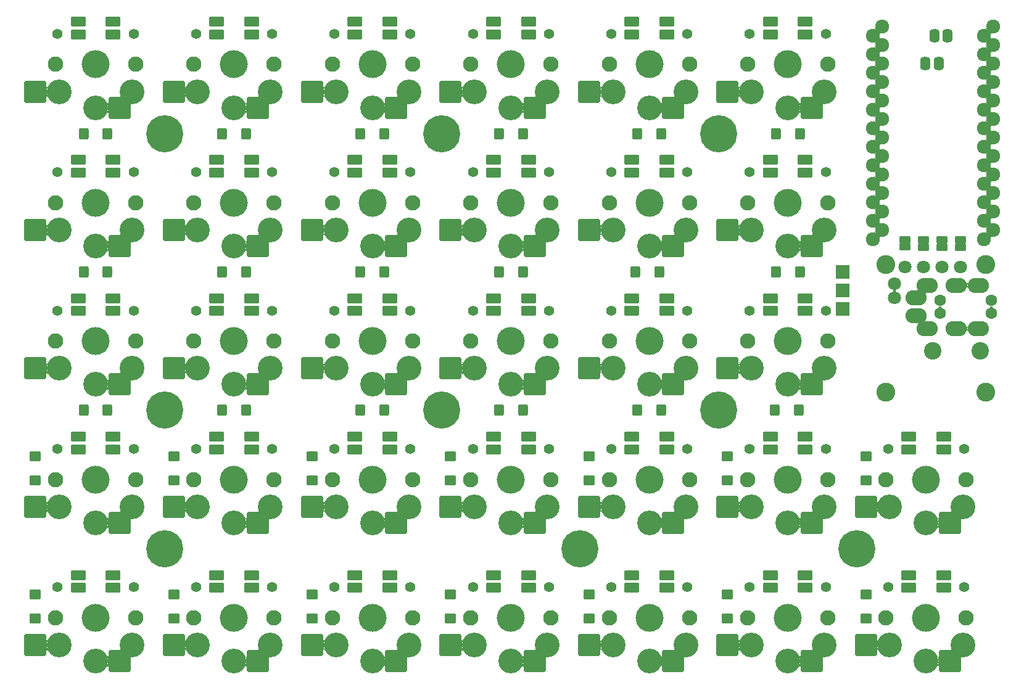
<source format=gbr>
G04 #@! TF.GenerationSoftware,KiCad,Pcbnew,(6.0.0)*
G04 #@! TF.CreationDate,2021-12-26T21:23:53+01:00*
G04 #@! TF.ProjectId,helixhschoc,68656c69-7868-4736-9368-6f632e6b6963,rev?*
G04 #@! TF.SameCoordinates,Original*
G04 #@! TF.FileFunction,Soldermask,Bot*
G04 #@! TF.FilePolarity,Negative*
%FSLAX46Y46*%
G04 Gerber Fmt 4.6, Leading zero omitted, Abs format (unit mm)*
G04 Created by KiCad (PCBNEW (6.0.0)) date 2021-12-26 21:23:53*
%MOMM*%
%LPD*%
G01*
G04 APERTURE LIST*
G04 Aperture macros list*
%AMRoundRect*
0 Rectangle with rounded corners*
0 $1 Rounding radius*
0 $2 $3 $4 $5 $6 $7 $8 $9 X,Y pos of 4 corners*
0 Add a 4 corners polygon primitive as box body*
4,1,4,$2,$3,$4,$5,$6,$7,$8,$9,$2,$3,0*
0 Add four circle primitives for the rounded corners*
1,1,$1+$1,$2,$3*
1,1,$1+$1,$4,$5*
1,1,$1+$1,$6,$7*
1,1,$1+$1,$8,$9*
0 Add four rect primitives between the rounded corners*
20,1,$1+$1,$2,$3,$4,$5,0*
20,1,$1+$1,$4,$5,$6,$7,0*
20,1,$1+$1,$6,$7,$8,$9,0*
20,1,$1+$1,$8,$9,$2,$3,0*%
G04 Aperture macros list end*
%ADD10C,3.400000*%
%ADD11C,2.101800*%
%ADD12C,1.390600*%
%ADD13C,3.829000*%
%ADD14RoundRect,0.200000X-1.300000X-1.300000X1.300000X-1.300000X1.300000X1.300000X-1.300000X1.300000X0*%
%ADD15RoundRect,0.200000X0.450000X0.600000X-0.450000X0.600000X-0.450000X-0.600000X0.450000X-0.600000X0*%
%ADD16C,1.924000*%
%ADD17RoundRect,0.200000X-0.600000X0.450000X-0.600000X-0.450000X0.600000X-0.450000X0.600000X0.450000X0*%
%ADD18C,5.100400*%
%ADD19RoundRect,0.200000X-0.800000X-0.500000X0.800000X-0.500000X0.800000X0.500000X-0.800000X0.500000X0*%
%ADD20C,1.797000*%
%ADD21RoundRect,0.200000X0.800000X0.500000X-0.800000X0.500000X-0.800000X-0.500000X0.800000X-0.500000X0*%
%ADD22C,2.400000*%
%ADD23RoundRect,0.200000X-0.762000X-0.762000X0.762000X-0.762000X0.762000X0.762000X-0.762000X0.762000X0*%
%ADD24C,1.600000*%
%ADD25O,2.900000X2.100000*%
%ADD26C,2.600000*%
%ADD27RoundRect,0.450100X-0.262400X-0.449900X0.262400X-0.449900X0.262400X0.449900X-0.262400X0.449900X0*%
%ADD28RoundRect,0.200000X-0.571500X0.317500X-0.571500X-0.317500X0.571500X-0.317500X0.571500X0.317500X0*%
G04 APERTURE END LIST*
D10*
X87430540Y-62127540D03*
D11*
X92930540Y-56177540D03*
D12*
X82210540Y-51977540D03*
D10*
X92430540Y-59927540D03*
D12*
X92650540Y-51977540D03*
D11*
X81930540Y-56177540D03*
D10*
X82430540Y-59927540D03*
D13*
X87430540Y-56177540D03*
D14*
X90705540Y-62127540D03*
X79155540Y-59927540D03*
D15*
X127080540Y-65677540D03*
X123780540Y-65677540D03*
D13*
X144430540Y-56177540D03*
D10*
X139430540Y-59927540D03*
D11*
X149930540Y-56177540D03*
X138930540Y-56177540D03*
D12*
X139210540Y-51977540D03*
X149650540Y-51977540D03*
D10*
X149430540Y-59927540D03*
X144430540Y-62127540D03*
D14*
X147705540Y-62127540D03*
X136155540Y-59927540D03*
D11*
X119930540Y-56177540D03*
D12*
X130650540Y-51977540D03*
D10*
X130430540Y-59927540D03*
X120430540Y-59927540D03*
X125430540Y-62127540D03*
D11*
X130930540Y-56177540D03*
D13*
X125430540Y-56177540D03*
D12*
X120210540Y-51977540D03*
D14*
X128705540Y-62127540D03*
X117155540Y-59927540D03*
D13*
X106430540Y-56177540D03*
D10*
X111430540Y-59927540D03*
D12*
X111650540Y-51977540D03*
X101210540Y-51977540D03*
D11*
X100930540Y-56177540D03*
D10*
X101430540Y-59927540D03*
X106430540Y-62127540D03*
D11*
X111930540Y-56177540D03*
D14*
X109705540Y-62127540D03*
X98155540Y-59927540D03*
D16*
X210582940Y-50984340D03*
X194072940Y-52254340D03*
X210582940Y-53524340D03*
X194072940Y-54794340D03*
X194072940Y-57334340D03*
X210582940Y-56064340D03*
X210582940Y-58604340D03*
X194072940Y-59874340D03*
X194072940Y-62414340D03*
X210582940Y-61144340D03*
X210582940Y-63684340D03*
X194072940Y-64954340D03*
X210582940Y-66224340D03*
X194072940Y-67494340D03*
X210582940Y-68764340D03*
X194072940Y-70034340D03*
X210582940Y-71304340D03*
X194072940Y-72574340D03*
X194072940Y-75114340D03*
X210582940Y-73844340D03*
X210582940Y-76384340D03*
X194072940Y-77654340D03*
X194072940Y-80194340D03*
X210582940Y-78924340D03*
X195342940Y-78924340D03*
X209312940Y-80194340D03*
X209312940Y-77654340D03*
X195342940Y-76384340D03*
X195342940Y-73844340D03*
X209312940Y-75114340D03*
X209312940Y-72574340D03*
X195342940Y-71304340D03*
X195342940Y-68764340D03*
X209312940Y-70034340D03*
X209312940Y-67494340D03*
X195342940Y-66224340D03*
X209312940Y-64954340D03*
X195342940Y-63684340D03*
X209312940Y-62414340D03*
X195342940Y-61144340D03*
X195342940Y-58604340D03*
X209312940Y-59874340D03*
X209312940Y-57334340D03*
X195342940Y-56064340D03*
X195342940Y-53524340D03*
X209312940Y-54794340D03*
X209312940Y-52254340D03*
X195342940Y-50984340D03*
D17*
X193155540Y-109991940D03*
X193155540Y-113291940D03*
D11*
X157930540Y-56177540D03*
D10*
X158430540Y-59927540D03*
D11*
X168930540Y-56177540D03*
D10*
X168430540Y-59927540D03*
D12*
X168650540Y-51977540D03*
X158210540Y-51977540D03*
D13*
X163430540Y-56177540D03*
D10*
X163430540Y-62127540D03*
D14*
X166705540Y-62127540D03*
X155155540Y-59927540D03*
D12*
X187650540Y-127977540D03*
D11*
X187930540Y-132177540D03*
D12*
X177210540Y-127977540D03*
D13*
X182430540Y-132177540D03*
D10*
X182430540Y-138127540D03*
X177430540Y-135927540D03*
X187430540Y-135927540D03*
D11*
X176930540Y-132177540D03*
D14*
X185705540Y-138127540D03*
X174155540Y-135927540D03*
D10*
X158430540Y-135927540D03*
X168430540Y-135927540D03*
D13*
X163430540Y-132177540D03*
D11*
X157930540Y-132177540D03*
D12*
X168650540Y-127977540D03*
D10*
X163430540Y-138127540D03*
D12*
X158210540Y-127977540D03*
D11*
X168930540Y-132177540D03*
D14*
X166705540Y-138127540D03*
X155155540Y-135927540D03*
D10*
X144430540Y-138127540D03*
D11*
X149930540Y-132177540D03*
D10*
X139430540Y-135927540D03*
D11*
X138930540Y-132177540D03*
D13*
X144430540Y-132177540D03*
D12*
X139210540Y-127977540D03*
D10*
X149430540Y-135927540D03*
D12*
X149650540Y-127977540D03*
D14*
X147705540Y-138127540D03*
X136155540Y-135927540D03*
D10*
X87430540Y-138127540D03*
D11*
X81930540Y-132177540D03*
D13*
X87430540Y-132177540D03*
D10*
X82430540Y-135927540D03*
D12*
X92650540Y-127977540D03*
D11*
X92930540Y-132177540D03*
D12*
X82210540Y-127977540D03*
D10*
X92430540Y-135927540D03*
D14*
X90705540Y-138127540D03*
X79155540Y-135927540D03*
D12*
X130650540Y-127977540D03*
X120210540Y-127977540D03*
D11*
X119930540Y-132177540D03*
X130930540Y-132177540D03*
D10*
X130430540Y-135927540D03*
D13*
X125430540Y-132177540D03*
D10*
X120430540Y-135927540D03*
X125430540Y-138127540D03*
D14*
X128705540Y-138127540D03*
X117155540Y-135927540D03*
D11*
X195930540Y-113177540D03*
D12*
X206650540Y-108977540D03*
D10*
X206430540Y-116927540D03*
X201430540Y-119127540D03*
X196430540Y-116927540D03*
D13*
X201430540Y-113177540D03*
D12*
X196210540Y-108977540D03*
D11*
X206930540Y-113177540D03*
D14*
X204705540Y-119127540D03*
X193155540Y-116927540D03*
D10*
X111430540Y-135927540D03*
D13*
X106430540Y-132177540D03*
D10*
X106430540Y-138127540D03*
D12*
X111650540Y-127977540D03*
X101210540Y-127977540D03*
D11*
X111930540Y-132177540D03*
X100930540Y-132177540D03*
D10*
X101430540Y-135927540D03*
D14*
X109705540Y-138127540D03*
X98155540Y-135927540D03*
D10*
X187430540Y-116927540D03*
D11*
X176930540Y-113177540D03*
D13*
X182430540Y-113177540D03*
D10*
X177430540Y-116927540D03*
D12*
X177210540Y-108977540D03*
D11*
X187930540Y-113177540D03*
D10*
X182430540Y-119127540D03*
D12*
X187650540Y-108977540D03*
D14*
X185705540Y-119127540D03*
X174155540Y-116927540D03*
D13*
X201430540Y-132177540D03*
D11*
X206930540Y-132177540D03*
D10*
X196430540Y-135927540D03*
D11*
X195930540Y-132177540D03*
D10*
X201430540Y-138127540D03*
X206430540Y-135927540D03*
D12*
X206650540Y-127977540D03*
X196210540Y-127977540D03*
D14*
X204705540Y-138127540D03*
X193155540Y-135927540D03*
D18*
X191930540Y-122677540D03*
D19*
X104030540Y-50302540D03*
X104030540Y-52052540D03*
X108830540Y-52052540D03*
X108830540Y-50302540D03*
D20*
X206112540Y-83962460D03*
X203572540Y-83962460D03*
X201032540Y-83962460D03*
X198492540Y-83962460D03*
D18*
X96930540Y-65677540D03*
X172930540Y-103677540D03*
X172930540Y-65677540D03*
X134930540Y-103677540D03*
D19*
X85030540Y-50302540D03*
X85030540Y-52052540D03*
X89830540Y-52052540D03*
X89830540Y-50302540D03*
D18*
X153930540Y-122677540D03*
X96930540Y-103677540D03*
X96930540Y-122677540D03*
D21*
X108830540Y-71052540D03*
X108830540Y-69302540D03*
X104030540Y-69302540D03*
X104030540Y-71052540D03*
D20*
X197099780Y-86282960D03*
D19*
X161030540Y-50302540D03*
X161030540Y-52052540D03*
X165830540Y-52052540D03*
X165830540Y-50302540D03*
D21*
X146830540Y-71052540D03*
X146830540Y-69302540D03*
X142030540Y-69302540D03*
X142030540Y-71052540D03*
D20*
X197099780Y-88238760D03*
D19*
X85030540Y-88302540D03*
X85030540Y-90052540D03*
X89830540Y-90052540D03*
X89830540Y-88302540D03*
D21*
X127830540Y-71052540D03*
X127830540Y-69302540D03*
X123030540Y-69302540D03*
X123030540Y-71052540D03*
X184830540Y-71052540D03*
X184830540Y-69302540D03*
X180030540Y-69302540D03*
X180030540Y-71052540D03*
X89830540Y-71052540D03*
X89830540Y-69302540D03*
X85030540Y-69302540D03*
X85030540Y-71052540D03*
D19*
X104030540Y-88302540D03*
X104030540Y-90052540D03*
X108830540Y-90052540D03*
X108830540Y-88302540D03*
X123030540Y-88302540D03*
X123030540Y-90052540D03*
X127830540Y-90052540D03*
X127830540Y-88302540D03*
D22*
X202353580Y-95531700D03*
X208853580Y-95531700D03*
D19*
X142030540Y-88302540D03*
X142030540Y-90052540D03*
X146830540Y-90052540D03*
X146830540Y-88302540D03*
D21*
X165830540Y-71052540D03*
X165830540Y-69302540D03*
X161030540Y-69302540D03*
X161030540Y-71052540D03*
D19*
X123030540Y-50302540D03*
X123030540Y-52052540D03*
X127830540Y-52052540D03*
X127830540Y-50302540D03*
X180030540Y-88302540D03*
X180030540Y-90052540D03*
X184830540Y-90052540D03*
X184830540Y-88302540D03*
D21*
X89830540Y-109052540D03*
X89830540Y-107302540D03*
X85030540Y-107302540D03*
X85030540Y-109052540D03*
X146830540Y-109052540D03*
X146830540Y-107302540D03*
X142030540Y-107302540D03*
X142030540Y-109052540D03*
D19*
X104030540Y-126302540D03*
X104030540Y-128052540D03*
X108830540Y-128052540D03*
X108830540Y-126302540D03*
X123030540Y-126302540D03*
X123030540Y-128052540D03*
X127830540Y-128052540D03*
X127830540Y-126302540D03*
X142030540Y-126302540D03*
X142030540Y-128052540D03*
X146830540Y-128052540D03*
X146830540Y-126302540D03*
X161030540Y-126302540D03*
X161030540Y-128052540D03*
X165830540Y-128052540D03*
X165830540Y-126302540D03*
X180030540Y-126302540D03*
X180030540Y-128052540D03*
X184830540Y-128052540D03*
X184830540Y-126302540D03*
X85030540Y-126302540D03*
X85030540Y-128052540D03*
X89830540Y-128052540D03*
X89830540Y-126302540D03*
D21*
X127830540Y-109052540D03*
X127830540Y-107302540D03*
X123030540Y-107302540D03*
X123030540Y-109052540D03*
D19*
X161030540Y-88302540D03*
X161030540Y-90052540D03*
X165830540Y-90052540D03*
X165830540Y-88302540D03*
D21*
X203830540Y-109052540D03*
X203830540Y-107302540D03*
X199030540Y-107302540D03*
X199030540Y-109052540D03*
D19*
X199030540Y-126302540D03*
X199030540Y-128052540D03*
X203830540Y-128052540D03*
X203830540Y-126302540D03*
D21*
X184830540Y-109052540D03*
X184830540Y-107302540D03*
X180030540Y-107302540D03*
X180030540Y-109052540D03*
X108830540Y-109052540D03*
X108830540Y-107302540D03*
X104030540Y-107302540D03*
X104030540Y-109052540D03*
X165830540Y-109052540D03*
X165830540Y-107302540D03*
X161030540Y-107302540D03*
X161030540Y-109052540D03*
D19*
X180030540Y-50302540D03*
X180030540Y-52052540D03*
X184830540Y-52052540D03*
X184830540Y-50302540D03*
D15*
X89080540Y-103677540D03*
X85780540Y-103677540D03*
X146080540Y-84677540D03*
X142780540Y-84677540D03*
X184080540Y-84677540D03*
X180780540Y-84677540D03*
X164811140Y-84677540D03*
X161511140Y-84677540D03*
X108080540Y-84677540D03*
X104780540Y-84677540D03*
X165080540Y-65677540D03*
X161780540Y-65677540D03*
X146080540Y-65677540D03*
X142780540Y-65677540D03*
X108080540Y-65677540D03*
X104780540Y-65677540D03*
D18*
X134930540Y-65677540D03*
D15*
X108080540Y-103677540D03*
X104780540Y-103677540D03*
D23*
X189975080Y-89742860D03*
X189975080Y-87202860D03*
X189975080Y-84662860D03*
D15*
X89080540Y-84677540D03*
X85780540Y-84677540D03*
X89080540Y-65677540D03*
X85780540Y-65677540D03*
X184080540Y-65677540D03*
X180780540Y-65677540D03*
X127080540Y-84677540D03*
X123780540Y-84677540D03*
D17*
X79155540Y-128991940D03*
X79155540Y-132291940D03*
X193155540Y-128991940D03*
X193155540Y-132291940D03*
D15*
X127080540Y-103677540D03*
X123780540Y-103677540D03*
D17*
X136155540Y-128991940D03*
X136155540Y-132291940D03*
X98155540Y-128991940D03*
X98155540Y-132291940D03*
X174155540Y-128991940D03*
X174155540Y-132291940D03*
X155155540Y-128991940D03*
X155155540Y-132291940D03*
X174155540Y-109991940D03*
X174155540Y-113291940D03*
X136155540Y-109991940D03*
X136155540Y-113291940D03*
X117155540Y-109991940D03*
X117155540Y-113291940D03*
X98155540Y-109991940D03*
X98155540Y-113291940D03*
D15*
X183978940Y-103677540D03*
X180678940Y-103677540D03*
D19*
X142030540Y-50302540D03*
X142030540Y-52052540D03*
X146830540Y-52052540D03*
X146830540Y-50302540D03*
D17*
X155155540Y-109991940D03*
X155155540Y-113291940D03*
X79155540Y-109991940D03*
X79155540Y-113291940D03*
D15*
X165080540Y-103677540D03*
X161780540Y-103677540D03*
X146080540Y-103677540D03*
X142780540Y-103677540D03*
D17*
X117155540Y-128991940D03*
X117155540Y-132291940D03*
D12*
X120210540Y-70977540D03*
D13*
X125430540Y-75177540D03*
D10*
X125430540Y-81127540D03*
D11*
X130930540Y-75177540D03*
D12*
X130650540Y-70977540D03*
D10*
X130430540Y-78927540D03*
X120430540Y-78927540D03*
D11*
X119930540Y-75177540D03*
D14*
X128705540Y-81127540D03*
X117155540Y-78927540D03*
D10*
X144430540Y-100127540D03*
D11*
X138930540Y-94177540D03*
D12*
X149650540Y-89977540D03*
D10*
X149430540Y-97927540D03*
X139430540Y-97927540D03*
D13*
X144430540Y-94177540D03*
D12*
X139210540Y-89977540D03*
D11*
X149930540Y-94177540D03*
D14*
X147705540Y-100127540D03*
X136155540Y-97927540D03*
D11*
X92930540Y-94177540D03*
D13*
X87430540Y-94177540D03*
D11*
X81930540Y-94177540D03*
D12*
X82210540Y-89977540D03*
X92650540Y-89977540D03*
D10*
X82430540Y-97927540D03*
X92430540Y-97927540D03*
X87430540Y-100127540D03*
D14*
X90705540Y-100127540D03*
X79155540Y-97927540D03*
D13*
X106430540Y-94177540D03*
D11*
X111930540Y-94177540D03*
D10*
X111430540Y-97927540D03*
X101430540Y-97927540D03*
D12*
X101210540Y-89977540D03*
D10*
X106430540Y-100127540D03*
D12*
X111650540Y-89977540D03*
D11*
X100930540Y-94177540D03*
D14*
X109705540Y-100127540D03*
X98155540Y-97927540D03*
D11*
X111930540Y-75177540D03*
D12*
X101210540Y-70977540D03*
D10*
X106430540Y-81127540D03*
D12*
X111650540Y-70977540D03*
D11*
X100930540Y-75177540D03*
D13*
X106430540Y-75177540D03*
D10*
X111430540Y-78927540D03*
X101430540Y-78927540D03*
D14*
X109705540Y-81127540D03*
X98155540Y-78927540D03*
D13*
X87430540Y-75177540D03*
D12*
X92650540Y-70977540D03*
D11*
X92930540Y-75177540D03*
X81930540Y-75177540D03*
D10*
X87430540Y-81127540D03*
X92430540Y-78927540D03*
X82430540Y-78927540D03*
D12*
X82210540Y-70977540D03*
D14*
X90705540Y-81127540D03*
X79155540Y-78927540D03*
D13*
X182430540Y-56177540D03*
D12*
X177210540Y-51977540D03*
D11*
X176930540Y-56177540D03*
D10*
X177430540Y-59927540D03*
D11*
X187930540Y-56177540D03*
D10*
X187430540Y-59927540D03*
D12*
X187650540Y-51977540D03*
D10*
X182430540Y-62127540D03*
D14*
X185705540Y-62127540D03*
X174155540Y-59927540D03*
D10*
X182430540Y-81127540D03*
D11*
X187930540Y-75177540D03*
D10*
X177430540Y-78927540D03*
D13*
X182430540Y-75177540D03*
D12*
X177210540Y-70977540D03*
X187650540Y-70977540D03*
D10*
X187430540Y-78927540D03*
D11*
X176930540Y-75177540D03*
D14*
X185705540Y-81127540D03*
X174155540Y-78927540D03*
D12*
X111650540Y-108977540D03*
D10*
X101430540Y-116927540D03*
X111430540Y-116927540D03*
X106430540Y-119127540D03*
D11*
X111930540Y-113177540D03*
D13*
X106430540Y-113177540D03*
D11*
X100930540Y-113177540D03*
D12*
X101210540Y-108977540D03*
D14*
X109705540Y-119127540D03*
X98155540Y-116927540D03*
D12*
X92650540Y-108977540D03*
D11*
X81930540Y-113177540D03*
D10*
X82430540Y-116927540D03*
D13*
X87430540Y-113177540D03*
D10*
X87430540Y-119127540D03*
D12*
X82210540Y-108977540D03*
D10*
X92430540Y-116927540D03*
D11*
X92930540Y-113177540D03*
D14*
X90705540Y-119127540D03*
X79155540Y-116927540D03*
D11*
X168930540Y-113177540D03*
D10*
X168430540Y-116927540D03*
X163430540Y-119127540D03*
D11*
X157930540Y-113177540D03*
D10*
X158430540Y-116927540D03*
D12*
X158210540Y-108977540D03*
X168650540Y-108977540D03*
D13*
X163430540Y-113177540D03*
D14*
X166705540Y-119127540D03*
X155155540Y-116927540D03*
D12*
X187650540Y-89977540D03*
D10*
X182430540Y-100127540D03*
X187430540Y-97927540D03*
D11*
X176930540Y-94177540D03*
D10*
X177430540Y-97927540D03*
D13*
X182430540Y-94177540D03*
D12*
X177210540Y-89977540D03*
D11*
X187930540Y-94177540D03*
D14*
X185705540Y-100127540D03*
X174155540Y-97927540D03*
D11*
X119930540Y-94177540D03*
X130930540Y-94177540D03*
D12*
X120210540Y-89977540D03*
D10*
X130430540Y-97927540D03*
D13*
X125430540Y-94177540D03*
D10*
X125430540Y-100127540D03*
D12*
X130650540Y-89977540D03*
D10*
X120430540Y-97927540D03*
D14*
X128705540Y-100127540D03*
X117155540Y-97927540D03*
D13*
X125430540Y-113177540D03*
D10*
X130430540Y-116927540D03*
D11*
X119930540Y-113177540D03*
D12*
X130650540Y-108977540D03*
D10*
X125430540Y-119127540D03*
X120430540Y-116927540D03*
D11*
X130930540Y-113177540D03*
D12*
X120210540Y-108977540D03*
D14*
X128705540Y-119127540D03*
X117155540Y-116927540D03*
D12*
X158210540Y-89977540D03*
D11*
X157930540Y-94177540D03*
D10*
X158430540Y-97927540D03*
D11*
X168930540Y-94177540D03*
D10*
X163430540Y-100127540D03*
D12*
X168650540Y-89977540D03*
D10*
X168430540Y-97927540D03*
D13*
X163430540Y-94177540D03*
D14*
X166705540Y-100127540D03*
X155155540Y-97927540D03*
D12*
X158210540Y-70977540D03*
D10*
X163430540Y-81127540D03*
X168430540Y-78927540D03*
X158430540Y-78927540D03*
D13*
X163430540Y-75177540D03*
D11*
X168930540Y-75177540D03*
D12*
X168650540Y-70977540D03*
D11*
X157930540Y-75177540D03*
D14*
X166705540Y-81127540D03*
X155155540Y-78927540D03*
D11*
X149930540Y-75177540D03*
D12*
X149650540Y-70977540D03*
D10*
X139430540Y-78927540D03*
D13*
X144430540Y-75177540D03*
D10*
X144430540Y-81127540D03*
D12*
X139210540Y-70977540D03*
D10*
X149430540Y-78927540D03*
D11*
X138930540Y-75177540D03*
D14*
X147705540Y-81127540D03*
X136155540Y-78927540D03*
D13*
X144430540Y-113177540D03*
D11*
X138930540Y-113177540D03*
D10*
X139430540Y-116927540D03*
D11*
X149930540Y-113177540D03*
D10*
X149430540Y-116927540D03*
D12*
X139210540Y-108977540D03*
D10*
X144430540Y-119127540D03*
D12*
X149650540Y-108977540D03*
D14*
X147705540Y-119127540D03*
X136155540Y-116927540D03*
D24*
X210352940Y-88607540D03*
X203352940Y-88607540D03*
X203352940Y-90357540D03*
X210352940Y-90357540D03*
D25*
X200052940Y-88257540D03*
X200052940Y-90707540D03*
X208552940Y-92457540D03*
X208552940Y-86507540D03*
X205552940Y-92457540D03*
X205552940Y-86507540D03*
X201552940Y-92457540D03*
X201552940Y-86507540D03*
D26*
X209603340Y-101173280D03*
X209603340Y-83675220D03*
X195851780Y-83675220D03*
X195854320Y-101178360D03*
D27*
X202547500Y-52220000D03*
X204372500Y-52220000D03*
X201303150Y-56024780D03*
X203128150Y-56024780D03*
D28*
X206111680Y-80302160D03*
X206111680Y-81302920D03*
X203574220Y-80302160D03*
X203574220Y-81302920D03*
X201034220Y-80302160D03*
X201034220Y-81302920D03*
X198473900Y-80243800D03*
X198473900Y-81244560D03*
G36*
X89206927Y-137347577D02*
G01*
X89207540Y-137349018D01*
X89207540Y-138895876D01*
X89206540Y-138897608D01*
X89204540Y-138897608D01*
X89203621Y-138896439D01*
X89183945Y-138829427D01*
X89131602Y-138784072D01*
X89063049Y-138774215D01*
X88999982Y-138803017D01*
X88969131Y-138844452D01*
X88967295Y-138845244D01*
X88965691Y-138844050D01*
X88965703Y-138842437D01*
X89026133Y-138708287D01*
X89094447Y-138466064D01*
X89126214Y-138216356D01*
X89128538Y-138127596D01*
X89109883Y-137876559D01*
X89054340Y-137631093D01*
X88963914Y-137398564D01*
X88964218Y-137396587D01*
X88966082Y-137395862D01*
X88967514Y-137396847D01*
X88970051Y-137401285D01*
X88971751Y-137401292D01*
X88972328Y-137401799D01*
X89008250Y-137448427D01*
X89073470Y-137471729D01*
X89140935Y-137456073D01*
X89189257Y-137406393D01*
X89203599Y-137348537D01*
X89204986Y-137347096D01*
X89206927Y-137347577D01*
G37*
G36*
X184206927Y-137347577D02*
G01*
X184207540Y-137349018D01*
X184207540Y-138895876D01*
X184206540Y-138897608D01*
X184204540Y-138897608D01*
X184203621Y-138896439D01*
X184183945Y-138829427D01*
X184131602Y-138784072D01*
X184063049Y-138774215D01*
X183999982Y-138803017D01*
X183969131Y-138844452D01*
X183967295Y-138845244D01*
X183965691Y-138844050D01*
X183965703Y-138842437D01*
X184026133Y-138708287D01*
X184094447Y-138466064D01*
X184126214Y-138216356D01*
X184128538Y-138127596D01*
X184109883Y-137876559D01*
X184054340Y-137631093D01*
X183963914Y-137398564D01*
X183964218Y-137396587D01*
X183966082Y-137395862D01*
X183967514Y-137396847D01*
X183970051Y-137401285D01*
X183971751Y-137401292D01*
X183972328Y-137401799D01*
X184008250Y-137448427D01*
X184073470Y-137471729D01*
X184140935Y-137456073D01*
X184189257Y-137406393D01*
X184203599Y-137348537D01*
X184204986Y-137347096D01*
X184206927Y-137347577D01*
G37*
G36*
X203206927Y-137347577D02*
G01*
X203207540Y-137349018D01*
X203207540Y-138895876D01*
X203206540Y-138897608D01*
X203204540Y-138897608D01*
X203203621Y-138896439D01*
X203183945Y-138829427D01*
X203131602Y-138784072D01*
X203063049Y-138774215D01*
X202999982Y-138803017D01*
X202969131Y-138844452D01*
X202967295Y-138845244D01*
X202965691Y-138844050D01*
X202965703Y-138842437D01*
X203026133Y-138708287D01*
X203094447Y-138466064D01*
X203126214Y-138216356D01*
X203128538Y-138127596D01*
X203109883Y-137876559D01*
X203054340Y-137631093D01*
X202963914Y-137398564D01*
X202964218Y-137396587D01*
X202966082Y-137395862D01*
X202967514Y-137396847D01*
X202970051Y-137401285D01*
X202971751Y-137401292D01*
X202972328Y-137401799D01*
X203008250Y-137448427D01*
X203073470Y-137471729D01*
X203140935Y-137456073D01*
X203189257Y-137406393D01*
X203203599Y-137348537D01*
X203204986Y-137347096D01*
X203206927Y-137347577D01*
G37*
G36*
X127206927Y-137347577D02*
G01*
X127207540Y-137349018D01*
X127207540Y-138895876D01*
X127206540Y-138897608D01*
X127204540Y-138897608D01*
X127203621Y-138896439D01*
X127183945Y-138829427D01*
X127131602Y-138784072D01*
X127063049Y-138774215D01*
X126999982Y-138803017D01*
X126969131Y-138844452D01*
X126967295Y-138845244D01*
X126965691Y-138844050D01*
X126965703Y-138842437D01*
X127026133Y-138708287D01*
X127094447Y-138466064D01*
X127126214Y-138216356D01*
X127128538Y-138127596D01*
X127109883Y-137876559D01*
X127054340Y-137631093D01*
X126963914Y-137398564D01*
X126964218Y-137396587D01*
X126966082Y-137395862D01*
X126967514Y-137396847D01*
X126970051Y-137401285D01*
X126971751Y-137401292D01*
X126972328Y-137401799D01*
X127008250Y-137448427D01*
X127073470Y-137471729D01*
X127140935Y-137456073D01*
X127189257Y-137406393D01*
X127203599Y-137348537D01*
X127204986Y-137347096D01*
X127206927Y-137347577D01*
G37*
G36*
X108206927Y-137347577D02*
G01*
X108207540Y-137349018D01*
X108207540Y-138895876D01*
X108206540Y-138897608D01*
X108204540Y-138897608D01*
X108203621Y-138896439D01*
X108183945Y-138829427D01*
X108131602Y-138784072D01*
X108063049Y-138774215D01*
X107999982Y-138803017D01*
X107969131Y-138844452D01*
X107967295Y-138845244D01*
X107965691Y-138844050D01*
X107965703Y-138842437D01*
X108026133Y-138708287D01*
X108094447Y-138466064D01*
X108126214Y-138216356D01*
X108128538Y-138127596D01*
X108109883Y-137876559D01*
X108054340Y-137631093D01*
X107963914Y-137398564D01*
X107964218Y-137396587D01*
X107966082Y-137395862D01*
X107967514Y-137396847D01*
X107970051Y-137401285D01*
X107971751Y-137401292D01*
X107972328Y-137401799D01*
X108008250Y-137448427D01*
X108073470Y-137471729D01*
X108140935Y-137456073D01*
X108189257Y-137406393D01*
X108203599Y-137348537D01*
X108204986Y-137347096D01*
X108206927Y-137347577D01*
G37*
G36*
X146206927Y-137347577D02*
G01*
X146207540Y-137349018D01*
X146207540Y-138895876D01*
X146206540Y-138897608D01*
X146204540Y-138897608D01*
X146203621Y-138896439D01*
X146183945Y-138829427D01*
X146131602Y-138784072D01*
X146063049Y-138774215D01*
X145999982Y-138803017D01*
X145969131Y-138844452D01*
X145967295Y-138845244D01*
X145965691Y-138844050D01*
X145965703Y-138842437D01*
X146026133Y-138708287D01*
X146094447Y-138466064D01*
X146126214Y-138216356D01*
X146128538Y-138127596D01*
X146109883Y-137876559D01*
X146054340Y-137631093D01*
X145963914Y-137398564D01*
X145964218Y-137396587D01*
X145966082Y-137395862D01*
X145967514Y-137396847D01*
X145970051Y-137401285D01*
X145971751Y-137401292D01*
X145972328Y-137401799D01*
X146008250Y-137448427D01*
X146073470Y-137471729D01*
X146140935Y-137456073D01*
X146189257Y-137406393D01*
X146203599Y-137348537D01*
X146204986Y-137347096D01*
X146206927Y-137347577D01*
G37*
G36*
X165206927Y-137347577D02*
G01*
X165207540Y-137349018D01*
X165207540Y-138895876D01*
X165206540Y-138897608D01*
X165204540Y-138897608D01*
X165203621Y-138896439D01*
X165183945Y-138829427D01*
X165131602Y-138784072D01*
X165063049Y-138774215D01*
X164999982Y-138803017D01*
X164969131Y-138844452D01*
X164967295Y-138845244D01*
X164965691Y-138844050D01*
X164965703Y-138842437D01*
X165026133Y-138708287D01*
X165094447Y-138466064D01*
X165126214Y-138216356D01*
X165128538Y-138127596D01*
X165109883Y-137876559D01*
X165054340Y-137631093D01*
X164963914Y-137398564D01*
X164964218Y-137396587D01*
X164966082Y-137395862D01*
X164967514Y-137396847D01*
X164970051Y-137401285D01*
X164971751Y-137401292D01*
X164972328Y-137401799D01*
X165008250Y-137448427D01*
X165073470Y-137471729D01*
X165140935Y-137456073D01*
X165189257Y-137406393D01*
X165203599Y-137348537D01*
X165204986Y-137347096D01*
X165206927Y-137347577D01*
G37*
G36*
X175657459Y-135155480D02*
G01*
X175677135Y-135222492D01*
X175729478Y-135267847D01*
X175798031Y-135277704D01*
X175861084Y-135248908D01*
X175893308Y-135204426D01*
X175895134Y-135203610D01*
X175896754Y-135204783D01*
X175896772Y-135206372D01*
X175820291Y-135388758D01*
X175758342Y-135632683D01*
X175733128Y-135883090D01*
X175745203Y-136134473D01*
X175794302Y-136381313D01*
X175879343Y-136618172D01*
X175891556Y-136640902D01*
X175891495Y-136642901D01*
X175889733Y-136643848D01*
X175888370Y-136643254D01*
X175840170Y-136594399D01*
X175772599Y-136579222D01*
X175707543Y-136602988D01*
X175665599Y-136658239D01*
X175657507Y-136702242D01*
X175656210Y-136703764D01*
X175654243Y-136703403D01*
X175653540Y-136701880D01*
X175653540Y-135156043D01*
X175654540Y-135154311D01*
X175656540Y-135154311D01*
X175657459Y-135155480D01*
G37*
G36*
X118657459Y-135155480D02*
G01*
X118677135Y-135222492D01*
X118729478Y-135267847D01*
X118798031Y-135277704D01*
X118861084Y-135248908D01*
X118893308Y-135204426D01*
X118895134Y-135203610D01*
X118896754Y-135204783D01*
X118896772Y-135206372D01*
X118820291Y-135388758D01*
X118758342Y-135632683D01*
X118733128Y-135883090D01*
X118745203Y-136134473D01*
X118794302Y-136381313D01*
X118879343Y-136618172D01*
X118891556Y-136640902D01*
X118891495Y-136642901D01*
X118889733Y-136643848D01*
X118888370Y-136643254D01*
X118840170Y-136594399D01*
X118772599Y-136579222D01*
X118707543Y-136602988D01*
X118665599Y-136658239D01*
X118657507Y-136702242D01*
X118656210Y-136703764D01*
X118654243Y-136703403D01*
X118653540Y-136701880D01*
X118653540Y-135156043D01*
X118654540Y-135154311D01*
X118656540Y-135154311D01*
X118657459Y-135155480D01*
G37*
G36*
X80657459Y-135155480D02*
G01*
X80677135Y-135222492D01*
X80729478Y-135267847D01*
X80798031Y-135277704D01*
X80861084Y-135248908D01*
X80893308Y-135204426D01*
X80895134Y-135203610D01*
X80896754Y-135204783D01*
X80896772Y-135206372D01*
X80820291Y-135388758D01*
X80758342Y-135632683D01*
X80733128Y-135883090D01*
X80745203Y-136134473D01*
X80794302Y-136381313D01*
X80879343Y-136618172D01*
X80891556Y-136640902D01*
X80891495Y-136642901D01*
X80889733Y-136643848D01*
X80888370Y-136643254D01*
X80840170Y-136594399D01*
X80772599Y-136579222D01*
X80707543Y-136602988D01*
X80665599Y-136658239D01*
X80657507Y-136702242D01*
X80656210Y-136703764D01*
X80654243Y-136703403D01*
X80653540Y-136701880D01*
X80653540Y-135156043D01*
X80654540Y-135154311D01*
X80656540Y-135154311D01*
X80657459Y-135155480D01*
G37*
G36*
X99657459Y-135155480D02*
G01*
X99677135Y-135222492D01*
X99729478Y-135267847D01*
X99798031Y-135277704D01*
X99861084Y-135248908D01*
X99893308Y-135204426D01*
X99895134Y-135203610D01*
X99896754Y-135204783D01*
X99896772Y-135206372D01*
X99820291Y-135388758D01*
X99758342Y-135632683D01*
X99733128Y-135883090D01*
X99745203Y-136134473D01*
X99794302Y-136381313D01*
X99879343Y-136618172D01*
X99891556Y-136640902D01*
X99891495Y-136642901D01*
X99889733Y-136643848D01*
X99888370Y-136643254D01*
X99840170Y-136594399D01*
X99772599Y-136579222D01*
X99707543Y-136602988D01*
X99665599Y-136658239D01*
X99657507Y-136702242D01*
X99656210Y-136703764D01*
X99654243Y-136703403D01*
X99653540Y-136701880D01*
X99653540Y-135156043D01*
X99654540Y-135154311D01*
X99656540Y-135154311D01*
X99657459Y-135155480D01*
G37*
G36*
X156657459Y-135155480D02*
G01*
X156677135Y-135222492D01*
X156729478Y-135267847D01*
X156798031Y-135277704D01*
X156861084Y-135248908D01*
X156893308Y-135204426D01*
X156895134Y-135203610D01*
X156896754Y-135204783D01*
X156896772Y-135206372D01*
X156820291Y-135388758D01*
X156758342Y-135632683D01*
X156733128Y-135883090D01*
X156745203Y-136134473D01*
X156794302Y-136381313D01*
X156879343Y-136618172D01*
X156891556Y-136640902D01*
X156891495Y-136642901D01*
X156889733Y-136643848D01*
X156888370Y-136643254D01*
X156840170Y-136594399D01*
X156772599Y-136579222D01*
X156707543Y-136602988D01*
X156665599Y-136658239D01*
X156657507Y-136702242D01*
X156656210Y-136703764D01*
X156654243Y-136703403D01*
X156653540Y-136701880D01*
X156653540Y-135156043D01*
X156654540Y-135154311D01*
X156656540Y-135154311D01*
X156657459Y-135155480D01*
G37*
G36*
X194657459Y-135155480D02*
G01*
X194677135Y-135222492D01*
X194729478Y-135267847D01*
X194798031Y-135277704D01*
X194861084Y-135248908D01*
X194893308Y-135204426D01*
X194895134Y-135203610D01*
X194896754Y-135204783D01*
X194896772Y-135206372D01*
X194820291Y-135388758D01*
X194758342Y-135632683D01*
X194733128Y-135883090D01*
X194745203Y-136134473D01*
X194794302Y-136381313D01*
X194879343Y-136618172D01*
X194891556Y-136640902D01*
X194891495Y-136642901D01*
X194889733Y-136643848D01*
X194888370Y-136643254D01*
X194840170Y-136594399D01*
X194772599Y-136579222D01*
X194707543Y-136602988D01*
X194665599Y-136658239D01*
X194657507Y-136702242D01*
X194656210Y-136703764D01*
X194654243Y-136703403D01*
X194653540Y-136701880D01*
X194653540Y-135156043D01*
X194654540Y-135154311D01*
X194656540Y-135154311D01*
X194657459Y-135155480D01*
G37*
G36*
X137657459Y-135155480D02*
G01*
X137677135Y-135222492D01*
X137729478Y-135267847D01*
X137798031Y-135277704D01*
X137861084Y-135248908D01*
X137893308Y-135204426D01*
X137895134Y-135203610D01*
X137896754Y-135204783D01*
X137896772Y-135206372D01*
X137820291Y-135388758D01*
X137758342Y-135632683D01*
X137733128Y-135883090D01*
X137745203Y-136134473D01*
X137794302Y-136381313D01*
X137879343Y-136618172D01*
X137891556Y-136640902D01*
X137891495Y-136642901D01*
X137889733Y-136643848D01*
X137888370Y-136643254D01*
X137840170Y-136594399D01*
X137772599Y-136579222D01*
X137707543Y-136602988D01*
X137665599Y-136658239D01*
X137657507Y-136702242D01*
X137656210Y-136703764D01*
X137654243Y-136703403D01*
X137653540Y-136701880D01*
X137653540Y-135156043D01*
X137654540Y-135154311D01*
X137656540Y-135154311D01*
X137657459Y-135155480D01*
G37*
G36*
X89206927Y-118347577D02*
G01*
X89207540Y-118349018D01*
X89207540Y-119895876D01*
X89206540Y-119897608D01*
X89204540Y-119897608D01*
X89203621Y-119896439D01*
X89183945Y-119829427D01*
X89131602Y-119784072D01*
X89063049Y-119774215D01*
X88999982Y-119803017D01*
X88969131Y-119844452D01*
X88967295Y-119845244D01*
X88965691Y-119844050D01*
X88965703Y-119842437D01*
X89026133Y-119708287D01*
X89094447Y-119466064D01*
X89126214Y-119216356D01*
X89128538Y-119127596D01*
X89109883Y-118876559D01*
X89054340Y-118631093D01*
X88963914Y-118398564D01*
X88964218Y-118396587D01*
X88966082Y-118395862D01*
X88967514Y-118396847D01*
X88970051Y-118401285D01*
X88971751Y-118401292D01*
X88972328Y-118401799D01*
X89008250Y-118448427D01*
X89073470Y-118471729D01*
X89140935Y-118456073D01*
X89189257Y-118406393D01*
X89203599Y-118348537D01*
X89204986Y-118347096D01*
X89206927Y-118347577D01*
G37*
G36*
X184206927Y-118347577D02*
G01*
X184207540Y-118349018D01*
X184207540Y-119895876D01*
X184206540Y-119897608D01*
X184204540Y-119897608D01*
X184203621Y-119896439D01*
X184183945Y-119829427D01*
X184131602Y-119784072D01*
X184063049Y-119774215D01*
X183999982Y-119803017D01*
X183969131Y-119844452D01*
X183967295Y-119845244D01*
X183965691Y-119844050D01*
X183965703Y-119842437D01*
X184026133Y-119708287D01*
X184094447Y-119466064D01*
X184126214Y-119216356D01*
X184128538Y-119127596D01*
X184109883Y-118876559D01*
X184054340Y-118631093D01*
X183963914Y-118398564D01*
X183964218Y-118396587D01*
X183966082Y-118395862D01*
X183967514Y-118396847D01*
X183970051Y-118401285D01*
X183971751Y-118401292D01*
X183972328Y-118401799D01*
X184008250Y-118448427D01*
X184073470Y-118471729D01*
X184140935Y-118456073D01*
X184189257Y-118406393D01*
X184203599Y-118348537D01*
X184204986Y-118347096D01*
X184206927Y-118347577D01*
G37*
G36*
X108206927Y-118347577D02*
G01*
X108207540Y-118349018D01*
X108207540Y-119895876D01*
X108206540Y-119897608D01*
X108204540Y-119897608D01*
X108203621Y-119896439D01*
X108183945Y-119829427D01*
X108131602Y-119784072D01*
X108063049Y-119774215D01*
X107999982Y-119803017D01*
X107969131Y-119844452D01*
X107967295Y-119845244D01*
X107965691Y-119844050D01*
X107965703Y-119842437D01*
X108026133Y-119708287D01*
X108094447Y-119466064D01*
X108126214Y-119216356D01*
X108128538Y-119127596D01*
X108109883Y-118876559D01*
X108054340Y-118631093D01*
X107963914Y-118398564D01*
X107964218Y-118396587D01*
X107966082Y-118395862D01*
X107967514Y-118396847D01*
X107970051Y-118401285D01*
X107971751Y-118401292D01*
X107972328Y-118401799D01*
X108008250Y-118448427D01*
X108073470Y-118471729D01*
X108140935Y-118456073D01*
X108189257Y-118406393D01*
X108203599Y-118348537D01*
X108204986Y-118347096D01*
X108206927Y-118347577D01*
G37*
G36*
X127206927Y-118347577D02*
G01*
X127207540Y-118349018D01*
X127207540Y-119895876D01*
X127206540Y-119897608D01*
X127204540Y-119897608D01*
X127203621Y-119896439D01*
X127183945Y-119829427D01*
X127131602Y-119784072D01*
X127063049Y-119774215D01*
X126999982Y-119803017D01*
X126969131Y-119844452D01*
X126967295Y-119845244D01*
X126965691Y-119844050D01*
X126965703Y-119842437D01*
X127026133Y-119708287D01*
X127094447Y-119466064D01*
X127126214Y-119216356D01*
X127128538Y-119127596D01*
X127109883Y-118876559D01*
X127054340Y-118631093D01*
X126963914Y-118398564D01*
X126964218Y-118396587D01*
X126966082Y-118395862D01*
X126967514Y-118396847D01*
X126970051Y-118401285D01*
X126971751Y-118401292D01*
X126972328Y-118401799D01*
X127008250Y-118448427D01*
X127073470Y-118471729D01*
X127140935Y-118456073D01*
X127189257Y-118406393D01*
X127203599Y-118348537D01*
X127204986Y-118347096D01*
X127206927Y-118347577D01*
G37*
G36*
X165206927Y-118347577D02*
G01*
X165207540Y-118349018D01*
X165207540Y-119895876D01*
X165206540Y-119897608D01*
X165204540Y-119897608D01*
X165203621Y-119896439D01*
X165183945Y-119829427D01*
X165131602Y-119784072D01*
X165063049Y-119774215D01*
X164999982Y-119803017D01*
X164969131Y-119844452D01*
X164967295Y-119845244D01*
X164965691Y-119844050D01*
X164965703Y-119842437D01*
X165026133Y-119708287D01*
X165094447Y-119466064D01*
X165126214Y-119216356D01*
X165128538Y-119127596D01*
X165109883Y-118876559D01*
X165054340Y-118631093D01*
X164963914Y-118398564D01*
X164964218Y-118396587D01*
X164966082Y-118395862D01*
X164967514Y-118396847D01*
X164970051Y-118401285D01*
X164971751Y-118401292D01*
X164972328Y-118401799D01*
X165008250Y-118448427D01*
X165073470Y-118471729D01*
X165140935Y-118456073D01*
X165189257Y-118406393D01*
X165203599Y-118348537D01*
X165204986Y-118347096D01*
X165206927Y-118347577D01*
G37*
G36*
X146206927Y-118347577D02*
G01*
X146207540Y-118349018D01*
X146207540Y-119895876D01*
X146206540Y-119897608D01*
X146204540Y-119897608D01*
X146203621Y-119896439D01*
X146183945Y-119829427D01*
X146131602Y-119784072D01*
X146063049Y-119774215D01*
X145999982Y-119803017D01*
X145969131Y-119844452D01*
X145967295Y-119845244D01*
X145965691Y-119844050D01*
X145965703Y-119842437D01*
X146026133Y-119708287D01*
X146094447Y-119466064D01*
X146126214Y-119216356D01*
X146128538Y-119127596D01*
X146109883Y-118876559D01*
X146054340Y-118631093D01*
X145963914Y-118398564D01*
X145964218Y-118396587D01*
X145966082Y-118395862D01*
X145967514Y-118396847D01*
X145970051Y-118401285D01*
X145971751Y-118401292D01*
X145972328Y-118401799D01*
X146008250Y-118448427D01*
X146073470Y-118471729D01*
X146140935Y-118456073D01*
X146189257Y-118406393D01*
X146203599Y-118348537D01*
X146204986Y-118347096D01*
X146206927Y-118347577D01*
G37*
G36*
X203206927Y-118347577D02*
G01*
X203207540Y-118349018D01*
X203207540Y-119895876D01*
X203206540Y-119897608D01*
X203204540Y-119897608D01*
X203203621Y-119896439D01*
X203183945Y-119829427D01*
X203131602Y-119784072D01*
X203063049Y-119774215D01*
X202999982Y-119803017D01*
X202969131Y-119844452D01*
X202967295Y-119845244D01*
X202965691Y-119844050D01*
X202965703Y-119842437D01*
X203026133Y-119708287D01*
X203094447Y-119466064D01*
X203126214Y-119216356D01*
X203128538Y-119127596D01*
X203109883Y-118876559D01*
X203054340Y-118631093D01*
X202963914Y-118398564D01*
X202964218Y-118396587D01*
X202966082Y-118395862D01*
X202967514Y-118396847D01*
X202970051Y-118401285D01*
X202971751Y-118401292D01*
X202972328Y-118401799D01*
X203008250Y-118448427D01*
X203073470Y-118471729D01*
X203140935Y-118456073D01*
X203189257Y-118406393D01*
X203203599Y-118348537D01*
X203204986Y-118347096D01*
X203206927Y-118347577D01*
G37*
G36*
X137657459Y-116155480D02*
G01*
X137677135Y-116222492D01*
X137729478Y-116267847D01*
X137798031Y-116277704D01*
X137861084Y-116248908D01*
X137893308Y-116204426D01*
X137895134Y-116203610D01*
X137896754Y-116204783D01*
X137896772Y-116206372D01*
X137820291Y-116388758D01*
X137758342Y-116632683D01*
X137733128Y-116883090D01*
X137745203Y-117134473D01*
X137794302Y-117381313D01*
X137879343Y-117618172D01*
X137891556Y-117640902D01*
X137891495Y-117642901D01*
X137889733Y-117643848D01*
X137888370Y-117643254D01*
X137840170Y-117594399D01*
X137772599Y-117579222D01*
X137707543Y-117602988D01*
X137665599Y-117658239D01*
X137657507Y-117702242D01*
X137656210Y-117703764D01*
X137654243Y-117703403D01*
X137653540Y-117701880D01*
X137653540Y-116156043D01*
X137654540Y-116154311D01*
X137656540Y-116154311D01*
X137657459Y-116155480D01*
G37*
G36*
X118657459Y-116155480D02*
G01*
X118677135Y-116222492D01*
X118729478Y-116267847D01*
X118798031Y-116277704D01*
X118861084Y-116248908D01*
X118893308Y-116204426D01*
X118895134Y-116203610D01*
X118896754Y-116204783D01*
X118896772Y-116206372D01*
X118820291Y-116388758D01*
X118758342Y-116632683D01*
X118733128Y-116883090D01*
X118745203Y-117134473D01*
X118794302Y-117381313D01*
X118879343Y-117618172D01*
X118891556Y-117640902D01*
X118891495Y-117642901D01*
X118889733Y-117643848D01*
X118888370Y-117643254D01*
X118840170Y-117594399D01*
X118772599Y-117579222D01*
X118707543Y-117602988D01*
X118665599Y-117658239D01*
X118657507Y-117702242D01*
X118656210Y-117703764D01*
X118654243Y-117703403D01*
X118653540Y-117701880D01*
X118653540Y-116156043D01*
X118654540Y-116154311D01*
X118656540Y-116154311D01*
X118657459Y-116155480D01*
G37*
G36*
X99657459Y-116155480D02*
G01*
X99677135Y-116222492D01*
X99729478Y-116267847D01*
X99798031Y-116277704D01*
X99861084Y-116248908D01*
X99893308Y-116204426D01*
X99895134Y-116203610D01*
X99896754Y-116204783D01*
X99896772Y-116206372D01*
X99820291Y-116388758D01*
X99758342Y-116632683D01*
X99733128Y-116883090D01*
X99745203Y-117134473D01*
X99794302Y-117381313D01*
X99879343Y-117618172D01*
X99891556Y-117640902D01*
X99891495Y-117642901D01*
X99889733Y-117643848D01*
X99888370Y-117643254D01*
X99840170Y-117594399D01*
X99772599Y-117579222D01*
X99707543Y-117602988D01*
X99665599Y-117658239D01*
X99657507Y-117702242D01*
X99656210Y-117703764D01*
X99654243Y-117703403D01*
X99653540Y-117701880D01*
X99653540Y-116156043D01*
X99654540Y-116154311D01*
X99656540Y-116154311D01*
X99657459Y-116155480D01*
G37*
G36*
X80657459Y-116155480D02*
G01*
X80677135Y-116222492D01*
X80729478Y-116267847D01*
X80798031Y-116277704D01*
X80861084Y-116248908D01*
X80893308Y-116204426D01*
X80895134Y-116203610D01*
X80896754Y-116204783D01*
X80896772Y-116206372D01*
X80820291Y-116388758D01*
X80758342Y-116632683D01*
X80733128Y-116883090D01*
X80745203Y-117134473D01*
X80794302Y-117381313D01*
X80879343Y-117618172D01*
X80891556Y-117640902D01*
X80891495Y-117642901D01*
X80889733Y-117643848D01*
X80888370Y-117643254D01*
X80840170Y-117594399D01*
X80772599Y-117579222D01*
X80707543Y-117602988D01*
X80665599Y-117658239D01*
X80657507Y-117702242D01*
X80656210Y-117703764D01*
X80654243Y-117703403D01*
X80653540Y-117701880D01*
X80653540Y-116156043D01*
X80654540Y-116154311D01*
X80656540Y-116154311D01*
X80657459Y-116155480D01*
G37*
G36*
X156657459Y-116155480D02*
G01*
X156677135Y-116222492D01*
X156729478Y-116267847D01*
X156798031Y-116277704D01*
X156861084Y-116248908D01*
X156893308Y-116204426D01*
X156895134Y-116203610D01*
X156896754Y-116204783D01*
X156896772Y-116206372D01*
X156820291Y-116388758D01*
X156758342Y-116632683D01*
X156733128Y-116883090D01*
X156745203Y-117134473D01*
X156794302Y-117381313D01*
X156879343Y-117618172D01*
X156891556Y-117640902D01*
X156891495Y-117642901D01*
X156889733Y-117643848D01*
X156888370Y-117643254D01*
X156840170Y-117594399D01*
X156772599Y-117579222D01*
X156707543Y-117602988D01*
X156665599Y-117658239D01*
X156657507Y-117702242D01*
X156656210Y-117703764D01*
X156654243Y-117703403D01*
X156653540Y-117701880D01*
X156653540Y-116156043D01*
X156654540Y-116154311D01*
X156656540Y-116154311D01*
X156657459Y-116155480D01*
G37*
G36*
X194657459Y-116155480D02*
G01*
X194677135Y-116222492D01*
X194729478Y-116267847D01*
X194798031Y-116277704D01*
X194861084Y-116248908D01*
X194893308Y-116204426D01*
X194895134Y-116203610D01*
X194896754Y-116204783D01*
X194896772Y-116206372D01*
X194820291Y-116388758D01*
X194758342Y-116632683D01*
X194733128Y-116883090D01*
X194745203Y-117134473D01*
X194794302Y-117381313D01*
X194879343Y-117618172D01*
X194891556Y-117640902D01*
X194891495Y-117642901D01*
X194889733Y-117643848D01*
X194888370Y-117643254D01*
X194840170Y-117594399D01*
X194772599Y-117579222D01*
X194707543Y-117602988D01*
X194665599Y-117658239D01*
X194657507Y-117702242D01*
X194656210Y-117703764D01*
X194654243Y-117703403D01*
X194653540Y-117701880D01*
X194653540Y-116156043D01*
X194654540Y-116154311D01*
X194656540Y-116154311D01*
X194657459Y-116155480D01*
G37*
G36*
X175657459Y-116155480D02*
G01*
X175677135Y-116222492D01*
X175729478Y-116267847D01*
X175798031Y-116277704D01*
X175861084Y-116248908D01*
X175893308Y-116204426D01*
X175895134Y-116203610D01*
X175896754Y-116204783D01*
X175896772Y-116206372D01*
X175820291Y-116388758D01*
X175758342Y-116632683D01*
X175733128Y-116883090D01*
X175745203Y-117134473D01*
X175794302Y-117381313D01*
X175879343Y-117618172D01*
X175891556Y-117640902D01*
X175891495Y-117642901D01*
X175889733Y-117643848D01*
X175888370Y-117643254D01*
X175840170Y-117594399D01*
X175772599Y-117579222D01*
X175707543Y-117602988D01*
X175665599Y-117658239D01*
X175657507Y-117702242D01*
X175656210Y-117703764D01*
X175654243Y-117703403D01*
X175653540Y-117701880D01*
X175653540Y-116156043D01*
X175654540Y-116154311D01*
X175656540Y-116154311D01*
X175657459Y-116155480D01*
G37*
G36*
X89206927Y-99347577D02*
G01*
X89207540Y-99349018D01*
X89207540Y-100895876D01*
X89206540Y-100897608D01*
X89204540Y-100897608D01*
X89203621Y-100896439D01*
X89183945Y-100829427D01*
X89131602Y-100784072D01*
X89063049Y-100774215D01*
X88999982Y-100803017D01*
X88969131Y-100844452D01*
X88967295Y-100845244D01*
X88965691Y-100844050D01*
X88965703Y-100842437D01*
X89026133Y-100708287D01*
X89094447Y-100466064D01*
X89126214Y-100216356D01*
X89128538Y-100127596D01*
X89109883Y-99876559D01*
X89054340Y-99631093D01*
X88963914Y-99398564D01*
X88964218Y-99396587D01*
X88966082Y-99395862D01*
X88967514Y-99396847D01*
X88970051Y-99401285D01*
X88971751Y-99401292D01*
X88972328Y-99401799D01*
X89008250Y-99448427D01*
X89073470Y-99471729D01*
X89140935Y-99456073D01*
X89189257Y-99406393D01*
X89203599Y-99348537D01*
X89204986Y-99347096D01*
X89206927Y-99347577D01*
G37*
G36*
X127206927Y-99347577D02*
G01*
X127207540Y-99349018D01*
X127207540Y-100895876D01*
X127206540Y-100897608D01*
X127204540Y-100897608D01*
X127203621Y-100896439D01*
X127183945Y-100829427D01*
X127131602Y-100784072D01*
X127063049Y-100774215D01*
X126999982Y-100803017D01*
X126969131Y-100844452D01*
X126967295Y-100845244D01*
X126965691Y-100844050D01*
X126965703Y-100842437D01*
X127026133Y-100708287D01*
X127094447Y-100466064D01*
X127126214Y-100216356D01*
X127128538Y-100127596D01*
X127109883Y-99876559D01*
X127054340Y-99631093D01*
X126963914Y-99398564D01*
X126964218Y-99396587D01*
X126966082Y-99395862D01*
X126967514Y-99396847D01*
X126970051Y-99401285D01*
X126971751Y-99401292D01*
X126972328Y-99401799D01*
X127008250Y-99448427D01*
X127073470Y-99471729D01*
X127140935Y-99456073D01*
X127189257Y-99406393D01*
X127203599Y-99348537D01*
X127204986Y-99347096D01*
X127206927Y-99347577D01*
G37*
G36*
X165206927Y-99347577D02*
G01*
X165207540Y-99349018D01*
X165207540Y-100895876D01*
X165206540Y-100897608D01*
X165204540Y-100897608D01*
X165203621Y-100896439D01*
X165183945Y-100829427D01*
X165131602Y-100784072D01*
X165063049Y-100774215D01*
X164999982Y-100803017D01*
X164969131Y-100844452D01*
X164967295Y-100845244D01*
X164965691Y-100844050D01*
X164965703Y-100842437D01*
X165026133Y-100708287D01*
X165094447Y-100466064D01*
X165126214Y-100216356D01*
X165128538Y-100127596D01*
X165109883Y-99876559D01*
X165054340Y-99631093D01*
X164963914Y-99398564D01*
X164964218Y-99396587D01*
X164966082Y-99395862D01*
X164967514Y-99396847D01*
X164970051Y-99401285D01*
X164971751Y-99401292D01*
X164972328Y-99401799D01*
X165008250Y-99448427D01*
X165073470Y-99471729D01*
X165140935Y-99456073D01*
X165189257Y-99406393D01*
X165203599Y-99348537D01*
X165204986Y-99347096D01*
X165206927Y-99347577D01*
G37*
G36*
X184206927Y-99347577D02*
G01*
X184207540Y-99349018D01*
X184207540Y-100895876D01*
X184206540Y-100897608D01*
X184204540Y-100897608D01*
X184203621Y-100896439D01*
X184183945Y-100829427D01*
X184131602Y-100784072D01*
X184063049Y-100774215D01*
X183999982Y-100803017D01*
X183969131Y-100844452D01*
X183967295Y-100845244D01*
X183965691Y-100844050D01*
X183965703Y-100842437D01*
X184026133Y-100708287D01*
X184094447Y-100466064D01*
X184126214Y-100216356D01*
X184128538Y-100127596D01*
X184109883Y-99876559D01*
X184054340Y-99631093D01*
X183963914Y-99398564D01*
X183964218Y-99396587D01*
X183966082Y-99395862D01*
X183967514Y-99396847D01*
X183970051Y-99401285D01*
X183971751Y-99401292D01*
X183972328Y-99401799D01*
X184008250Y-99448427D01*
X184073470Y-99471729D01*
X184140935Y-99456073D01*
X184189257Y-99406393D01*
X184203599Y-99348537D01*
X184204986Y-99347096D01*
X184206927Y-99347577D01*
G37*
G36*
X146206927Y-99347577D02*
G01*
X146207540Y-99349018D01*
X146207540Y-100895876D01*
X146206540Y-100897608D01*
X146204540Y-100897608D01*
X146203621Y-100896439D01*
X146183945Y-100829427D01*
X146131602Y-100784072D01*
X146063049Y-100774215D01*
X145999982Y-100803017D01*
X145969131Y-100844452D01*
X145967295Y-100845244D01*
X145965691Y-100844050D01*
X145965703Y-100842437D01*
X146026133Y-100708287D01*
X146094447Y-100466064D01*
X146126214Y-100216356D01*
X146128538Y-100127596D01*
X146109883Y-99876559D01*
X146054340Y-99631093D01*
X145963914Y-99398564D01*
X145964218Y-99396587D01*
X145966082Y-99395862D01*
X145967514Y-99396847D01*
X145970051Y-99401285D01*
X145971751Y-99401292D01*
X145972328Y-99401799D01*
X146008250Y-99448427D01*
X146073470Y-99471729D01*
X146140935Y-99456073D01*
X146189257Y-99406393D01*
X146203599Y-99348537D01*
X146204986Y-99347096D01*
X146206927Y-99347577D01*
G37*
G36*
X108206927Y-99347577D02*
G01*
X108207540Y-99349018D01*
X108207540Y-100895876D01*
X108206540Y-100897608D01*
X108204540Y-100897608D01*
X108203621Y-100896439D01*
X108183945Y-100829427D01*
X108131602Y-100784072D01*
X108063049Y-100774215D01*
X107999982Y-100803017D01*
X107969131Y-100844452D01*
X107967295Y-100845244D01*
X107965691Y-100844050D01*
X107965703Y-100842437D01*
X108026133Y-100708287D01*
X108094447Y-100466064D01*
X108126214Y-100216356D01*
X108128538Y-100127596D01*
X108109883Y-99876559D01*
X108054340Y-99631093D01*
X107963914Y-99398564D01*
X107964218Y-99396587D01*
X107966082Y-99395862D01*
X107967514Y-99396847D01*
X107970051Y-99401285D01*
X107971751Y-99401292D01*
X107972328Y-99401799D01*
X108008250Y-99448427D01*
X108073470Y-99471729D01*
X108140935Y-99456073D01*
X108189257Y-99406393D01*
X108203599Y-99348537D01*
X108204986Y-99347096D01*
X108206927Y-99347577D01*
G37*
G36*
X137657459Y-97155480D02*
G01*
X137677135Y-97222492D01*
X137729478Y-97267847D01*
X137798031Y-97277704D01*
X137861084Y-97248908D01*
X137893308Y-97204426D01*
X137895134Y-97203610D01*
X137896754Y-97204783D01*
X137896772Y-97206372D01*
X137820291Y-97388758D01*
X137758342Y-97632683D01*
X137733128Y-97883090D01*
X137745203Y-98134473D01*
X137794302Y-98381313D01*
X137879343Y-98618172D01*
X137891556Y-98640902D01*
X137891495Y-98642901D01*
X137889733Y-98643848D01*
X137888370Y-98643254D01*
X137840170Y-98594399D01*
X137772599Y-98579222D01*
X137707543Y-98602988D01*
X137665599Y-98658239D01*
X137657507Y-98702242D01*
X137656210Y-98703764D01*
X137654243Y-98703403D01*
X137653540Y-98701880D01*
X137653540Y-97156043D01*
X137654540Y-97154311D01*
X137656540Y-97154311D01*
X137657459Y-97155480D01*
G37*
G36*
X118657459Y-97155480D02*
G01*
X118677135Y-97222492D01*
X118729478Y-97267847D01*
X118798031Y-97277704D01*
X118861084Y-97248908D01*
X118893308Y-97204426D01*
X118895134Y-97203610D01*
X118896754Y-97204783D01*
X118896772Y-97206372D01*
X118820291Y-97388758D01*
X118758342Y-97632683D01*
X118733128Y-97883090D01*
X118745203Y-98134473D01*
X118794302Y-98381313D01*
X118879343Y-98618172D01*
X118891556Y-98640902D01*
X118891495Y-98642901D01*
X118889733Y-98643848D01*
X118888370Y-98643254D01*
X118840170Y-98594399D01*
X118772599Y-98579222D01*
X118707543Y-98602988D01*
X118665599Y-98658239D01*
X118657507Y-98702242D01*
X118656210Y-98703764D01*
X118654243Y-98703403D01*
X118653540Y-98701880D01*
X118653540Y-97156043D01*
X118654540Y-97154311D01*
X118656540Y-97154311D01*
X118657459Y-97155480D01*
G37*
G36*
X99657459Y-97155480D02*
G01*
X99677135Y-97222492D01*
X99729478Y-97267847D01*
X99798031Y-97277704D01*
X99861084Y-97248908D01*
X99893308Y-97204426D01*
X99895134Y-97203610D01*
X99896754Y-97204783D01*
X99896772Y-97206372D01*
X99820291Y-97388758D01*
X99758342Y-97632683D01*
X99733128Y-97883090D01*
X99745203Y-98134473D01*
X99794302Y-98381313D01*
X99879343Y-98618172D01*
X99891556Y-98640902D01*
X99891495Y-98642901D01*
X99889733Y-98643848D01*
X99888370Y-98643254D01*
X99840170Y-98594399D01*
X99772599Y-98579222D01*
X99707543Y-98602988D01*
X99665599Y-98658239D01*
X99657507Y-98702242D01*
X99656210Y-98703764D01*
X99654243Y-98703403D01*
X99653540Y-98701880D01*
X99653540Y-97156043D01*
X99654540Y-97154311D01*
X99656540Y-97154311D01*
X99657459Y-97155480D01*
G37*
G36*
X156657459Y-97155480D02*
G01*
X156677135Y-97222492D01*
X156729478Y-97267847D01*
X156798031Y-97277704D01*
X156861084Y-97248908D01*
X156893308Y-97204426D01*
X156895134Y-97203610D01*
X156896754Y-97204783D01*
X156896772Y-97206372D01*
X156820291Y-97388758D01*
X156758342Y-97632683D01*
X156733128Y-97883090D01*
X156745203Y-98134473D01*
X156794302Y-98381313D01*
X156879343Y-98618172D01*
X156891556Y-98640902D01*
X156891495Y-98642901D01*
X156889733Y-98643848D01*
X156888370Y-98643254D01*
X156840170Y-98594399D01*
X156772599Y-98579222D01*
X156707543Y-98602988D01*
X156665599Y-98658239D01*
X156657507Y-98702242D01*
X156656210Y-98703764D01*
X156654243Y-98703403D01*
X156653540Y-98701880D01*
X156653540Y-97156043D01*
X156654540Y-97154311D01*
X156656540Y-97154311D01*
X156657459Y-97155480D01*
G37*
G36*
X175657459Y-97155480D02*
G01*
X175677135Y-97222492D01*
X175729478Y-97267847D01*
X175798031Y-97277704D01*
X175861084Y-97248908D01*
X175893308Y-97204426D01*
X175895134Y-97203610D01*
X175896754Y-97204783D01*
X175896772Y-97206372D01*
X175820291Y-97388758D01*
X175758342Y-97632683D01*
X175733128Y-97883090D01*
X175745203Y-98134473D01*
X175794302Y-98381313D01*
X175879343Y-98618172D01*
X175891556Y-98640902D01*
X175891495Y-98642901D01*
X175889733Y-98643848D01*
X175888370Y-98643254D01*
X175840170Y-98594399D01*
X175772599Y-98579222D01*
X175707543Y-98602988D01*
X175665599Y-98658239D01*
X175657507Y-98702242D01*
X175656210Y-98703764D01*
X175654243Y-98703403D01*
X175653540Y-98701880D01*
X175653540Y-97156043D01*
X175654540Y-97154311D01*
X175656540Y-97154311D01*
X175657459Y-97155480D01*
G37*
G36*
X80657459Y-97155480D02*
G01*
X80677135Y-97222492D01*
X80729478Y-97267847D01*
X80798031Y-97277704D01*
X80861084Y-97248908D01*
X80893308Y-97204426D01*
X80895134Y-97203610D01*
X80896754Y-97204783D01*
X80896772Y-97206372D01*
X80820291Y-97388758D01*
X80758342Y-97632683D01*
X80733128Y-97883090D01*
X80745203Y-98134473D01*
X80794302Y-98381313D01*
X80879343Y-98618172D01*
X80891556Y-98640902D01*
X80891495Y-98642901D01*
X80889733Y-98643848D01*
X80888370Y-98643254D01*
X80840170Y-98594399D01*
X80772599Y-98579222D01*
X80707543Y-98602988D01*
X80665599Y-98658239D01*
X80657507Y-98702242D01*
X80656210Y-98703764D01*
X80654243Y-98703403D01*
X80653540Y-98701880D01*
X80653540Y-97156043D01*
X80654540Y-97154311D01*
X80656540Y-97154311D01*
X80657459Y-97155480D01*
G37*
G36*
X206940251Y-92104336D02*
G01*
X206978634Y-92155994D01*
X207043438Y-92180428D01*
X207111167Y-92165948D01*
X207160482Y-92116984D01*
X207165977Y-92105356D01*
X207167621Y-92104217D01*
X207169429Y-92105071D01*
X207169696Y-92106801D01*
X207126354Y-92246814D01*
X207104976Y-92450223D01*
X207123512Y-92653912D01*
X207169153Y-92808986D01*
X207168682Y-92810930D01*
X207166764Y-92811495D01*
X207165629Y-92810744D01*
X207127246Y-92759086D01*
X207062442Y-92734652D01*
X206994713Y-92749132D01*
X206945398Y-92798096D01*
X206939903Y-92809724D01*
X206938259Y-92810863D01*
X206936451Y-92810009D01*
X206936184Y-92808279D01*
X206979526Y-92668266D01*
X207000904Y-92464857D01*
X206982368Y-92261168D01*
X206936727Y-92106094D01*
X206937198Y-92104150D01*
X206939116Y-92103585D01*
X206940251Y-92104336D01*
G37*
G36*
X200377538Y-91756540D02*
G01*
X200377538Y-91758540D01*
X200377347Y-91758815D01*
X200284116Y-91871513D01*
X200206261Y-92015503D01*
X200204558Y-92016551D01*
X200202799Y-92015600D01*
X200202644Y-92013811D01*
X200215994Y-91980348D01*
X200216161Y-91980022D01*
X200236101Y-91948418D01*
X200255143Y-91881513D01*
X200235077Y-91815226D01*
X200182298Y-91770258D01*
X200131815Y-91759496D01*
X200130330Y-91758157D01*
X200130747Y-91756201D01*
X200132232Y-91755540D01*
X200375806Y-91755540D01*
X200377538Y-91756540D01*
G37*
G36*
X201403081Y-91149480D02*
G01*
X201403236Y-91151269D01*
X201389886Y-91184732D01*
X201389719Y-91185058D01*
X201369779Y-91216662D01*
X201350737Y-91283567D01*
X201370803Y-91349854D01*
X201423582Y-91394822D01*
X201474065Y-91405584D01*
X201475550Y-91406923D01*
X201475133Y-91408879D01*
X201473648Y-91409540D01*
X201230074Y-91409540D01*
X201228342Y-91408540D01*
X201228342Y-91406540D01*
X201228533Y-91406265D01*
X201321764Y-91293567D01*
X201399619Y-91149577D01*
X201401322Y-91148529D01*
X201403081Y-91149480D01*
G37*
G36*
X210159892Y-89381825D02*
G01*
X210336226Y-89405353D01*
X210513399Y-89389228D01*
X210636873Y-89349110D01*
X210638829Y-89349526D01*
X210639447Y-89351428D01*
X210638304Y-89352839D01*
X210599631Y-89370057D01*
X210546632Y-89415105D01*
X210526486Y-89481370D01*
X210545361Y-89547995D01*
X210599639Y-89595027D01*
X210648207Y-89616651D01*
X210649383Y-89618269D01*
X210648570Y-89620096D01*
X210646723Y-89620362D01*
X210535162Y-89580637D01*
X210358510Y-89559572D01*
X210181584Y-89578168D01*
X210064054Y-89618178D01*
X210062092Y-89617790D01*
X210061447Y-89615897D01*
X210062596Y-89614458D01*
X210106249Y-89595022D01*
X210159249Y-89549975D01*
X210179394Y-89483709D01*
X210160519Y-89417085D01*
X210106241Y-89370053D01*
X210052821Y-89346269D01*
X210051645Y-89344651D01*
X210052458Y-89342824D01*
X210054331Y-89342567D01*
X210159892Y-89381825D01*
G37*
G36*
X203159892Y-89381825D02*
G01*
X203336226Y-89405353D01*
X203513399Y-89389228D01*
X203636873Y-89349110D01*
X203638829Y-89349526D01*
X203639447Y-89351428D01*
X203638304Y-89352839D01*
X203599631Y-89370057D01*
X203546632Y-89415105D01*
X203526486Y-89481370D01*
X203545361Y-89547995D01*
X203599639Y-89595027D01*
X203648207Y-89616651D01*
X203649383Y-89618269D01*
X203648570Y-89620096D01*
X203646723Y-89620362D01*
X203535162Y-89580637D01*
X203358510Y-89559572D01*
X203181584Y-89578168D01*
X203064054Y-89618178D01*
X203062092Y-89617790D01*
X203061447Y-89615897D01*
X203062596Y-89614458D01*
X203106249Y-89595022D01*
X203159249Y-89549975D01*
X203179394Y-89483709D01*
X203160519Y-89417085D01*
X203106241Y-89370053D01*
X203052821Y-89346269D01*
X203051645Y-89344651D01*
X203052458Y-89342824D01*
X203054331Y-89342567D01*
X203159892Y-89381825D01*
G37*
G36*
X201474068Y-87556540D02*
G01*
X201474068Y-87558540D01*
X201472899Y-87559459D01*
X201405884Y-87579136D01*
X201360529Y-87631479D01*
X201350659Y-87700126D01*
X201366733Y-87745605D01*
X201366737Y-87745607D01*
X201401900Y-87804710D01*
X201402057Y-87805041D01*
X201412283Y-87832761D01*
X201411945Y-87834732D01*
X201410068Y-87835424D01*
X201408635Y-87834380D01*
X201363246Y-87747557D01*
X201363252Y-87747406D01*
X201363112Y-87747302D01*
X201329862Y-87683701D01*
X201229434Y-87558793D01*
X201229128Y-87556817D01*
X201230687Y-87555564D01*
X201230993Y-87555540D01*
X201472336Y-87555540D01*
X201474068Y-87556540D01*
G37*
G36*
X197346962Y-87142938D02*
G01*
X197347378Y-87144894D01*
X197346535Y-87145973D01*
X197293439Y-87179104D01*
X197263831Y-87241715D01*
X197272773Y-87310392D01*
X197317525Y-87363452D01*
X197340738Y-87374447D01*
X197341875Y-87376092D01*
X197341019Y-87377899D01*
X197339466Y-87378210D01*
X197193490Y-87347182D01*
X197006070Y-87347182D01*
X196855411Y-87379206D01*
X196853509Y-87378588D01*
X196853093Y-87376632D01*
X196853913Y-87375568D01*
X196906807Y-87341527D01*
X196935539Y-87278507D01*
X196925639Y-87209964D01*
X196880141Y-87157523D01*
X196858240Y-87147150D01*
X196857103Y-87145504D01*
X196857959Y-87143697D01*
X196859512Y-87143386D01*
X197006070Y-87174538D01*
X197193490Y-87174538D01*
X197345060Y-87142320D01*
X197346962Y-87142938D01*
G37*
G36*
X200197245Y-86930700D02*
G01*
X200242634Y-87017523D01*
X200242628Y-87017674D01*
X200242768Y-87017778D01*
X200276018Y-87081379D01*
X200376446Y-87206287D01*
X200376752Y-87208263D01*
X200375193Y-87209516D01*
X200374887Y-87209540D01*
X200133544Y-87209540D01*
X200131812Y-87208540D01*
X200131812Y-87206540D01*
X200132981Y-87205621D01*
X200199996Y-87185944D01*
X200245351Y-87133601D01*
X200255221Y-87064954D01*
X200239147Y-87019475D01*
X200239143Y-87019473D01*
X200203980Y-86960370D01*
X200203823Y-86960039D01*
X200193597Y-86932319D01*
X200193935Y-86930348D01*
X200195812Y-86929656D01*
X200197245Y-86930700D01*
G37*
G36*
X206940251Y-86154336D02*
G01*
X206978634Y-86205994D01*
X207043438Y-86230428D01*
X207111167Y-86215948D01*
X207160482Y-86166984D01*
X207165977Y-86155356D01*
X207167621Y-86154217D01*
X207169429Y-86155071D01*
X207169696Y-86156801D01*
X207126354Y-86296814D01*
X207104976Y-86500223D01*
X207123512Y-86703912D01*
X207169153Y-86858986D01*
X207168682Y-86860930D01*
X207166764Y-86861495D01*
X207165629Y-86860744D01*
X207127246Y-86809086D01*
X207062442Y-86784652D01*
X206994713Y-86799132D01*
X206945398Y-86848096D01*
X206939903Y-86859724D01*
X206938259Y-86860863D01*
X206936451Y-86860009D01*
X206936184Y-86858279D01*
X206979526Y-86718266D01*
X207000904Y-86514857D01*
X206982368Y-86311168D01*
X206936727Y-86156094D01*
X206937198Y-86154150D01*
X206939116Y-86153585D01*
X206940251Y-86154336D01*
G37*
G36*
X89206927Y-80347577D02*
G01*
X89207540Y-80349018D01*
X89207540Y-81895876D01*
X89206540Y-81897608D01*
X89204540Y-81897608D01*
X89203621Y-81896439D01*
X89183945Y-81829427D01*
X89131602Y-81784072D01*
X89063049Y-81774215D01*
X88999982Y-81803017D01*
X88969131Y-81844452D01*
X88967295Y-81845244D01*
X88965691Y-81844050D01*
X88965703Y-81842437D01*
X89026133Y-81708287D01*
X89094447Y-81466064D01*
X89126214Y-81216356D01*
X89128538Y-81127596D01*
X89109883Y-80876559D01*
X89054340Y-80631093D01*
X88963914Y-80398564D01*
X88964218Y-80396587D01*
X88966082Y-80395862D01*
X88967514Y-80396847D01*
X88970051Y-80401285D01*
X88971751Y-80401292D01*
X88972328Y-80401799D01*
X89008250Y-80448427D01*
X89073470Y-80471729D01*
X89140935Y-80456073D01*
X89189257Y-80406393D01*
X89203599Y-80348537D01*
X89204986Y-80347096D01*
X89206927Y-80347577D01*
G37*
G36*
X184206927Y-80347577D02*
G01*
X184207540Y-80349018D01*
X184207540Y-81895876D01*
X184206540Y-81897608D01*
X184204540Y-81897608D01*
X184203621Y-81896439D01*
X184183945Y-81829427D01*
X184131602Y-81784072D01*
X184063049Y-81774215D01*
X183999982Y-81803017D01*
X183969131Y-81844452D01*
X183967295Y-81845244D01*
X183965691Y-81844050D01*
X183965703Y-81842437D01*
X184026133Y-81708287D01*
X184094447Y-81466064D01*
X184126214Y-81216356D01*
X184128538Y-81127596D01*
X184109883Y-80876559D01*
X184054340Y-80631093D01*
X183963914Y-80398564D01*
X183964218Y-80396587D01*
X183966082Y-80395862D01*
X183967514Y-80396847D01*
X183970051Y-80401285D01*
X183971751Y-80401292D01*
X183972328Y-80401799D01*
X184008250Y-80448427D01*
X184073470Y-80471729D01*
X184140935Y-80456073D01*
X184189257Y-80406393D01*
X184203599Y-80348537D01*
X184204986Y-80347096D01*
X184206927Y-80347577D01*
G37*
G36*
X165206927Y-80347577D02*
G01*
X165207540Y-80349018D01*
X165207540Y-81895876D01*
X165206540Y-81897608D01*
X165204540Y-81897608D01*
X165203621Y-81896439D01*
X165183945Y-81829427D01*
X165131602Y-81784072D01*
X165063049Y-81774215D01*
X164999982Y-81803017D01*
X164969131Y-81844452D01*
X164967295Y-81845244D01*
X164965691Y-81844050D01*
X164965703Y-81842437D01*
X165026133Y-81708287D01*
X165094447Y-81466064D01*
X165126214Y-81216356D01*
X165128538Y-81127596D01*
X165109883Y-80876559D01*
X165054340Y-80631093D01*
X164963914Y-80398564D01*
X164964218Y-80396587D01*
X164966082Y-80395862D01*
X164967514Y-80396847D01*
X164970051Y-80401285D01*
X164971751Y-80401292D01*
X164972328Y-80401799D01*
X165008250Y-80448427D01*
X165073470Y-80471729D01*
X165140935Y-80456073D01*
X165189257Y-80406393D01*
X165203599Y-80348537D01*
X165204986Y-80347096D01*
X165206927Y-80347577D01*
G37*
G36*
X146206927Y-80347577D02*
G01*
X146207540Y-80349018D01*
X146207540Y-81895876D01*
X146206540Y-81897608D01*
X146204540Y-81897608D01*
X146203621Y-81896439D01*
X146183945Y-81829427D01*
X146131602Y-81784072D01*
X146063049Y-81774215D01*
X145999982Y-81803017D01*
X145969131Y-81844452D01*
X145967295Y-81845244D01*
X145965691Y-81844050D01*
X145965703Y-81842437D01*
X146026133Y-81708287D01*
X146094447Y-81466064D01*
X146126214Y-81216356D01*
X146128538Y-81127596D01*
X146109883Y-80876559D01*
X146054340Y-80631093D01*
X145963914Y-80398564D01*
X145964218Y-80396587D01*
X145966082Y-80395862D01*
X145967514Y-80396847D01*
X145970051Y-80401285D01*
X145971751Y-80401292D01*
X145972328Y-80401799D01*
X146008250Y-80448427D01*
X146073470Y-80471729D01*
X146140935Y-80456073D01*
X146189257Y-80406393D01*
X146203599Y-80348537D01*
X146204986Y-80347096D01*
X146206927Y-80347577D01*
G37*
G36*
X127206927Y-80347577D02*
G01*
X127207540Y-80349018D01*
X127207540Y-81895876D01*
X127206540Y-81897608D01*
X127204540Y-81897608D01*
X127203621Y-81896439D01*
X127183945Y-81829427D01*
X127131602Y-81784072D01*
X127063049Y-81774215D01*
X126999982Y-81803017D01*
X126969131Y-81844452D01*
X126967295Y-81845244D01*
X126965691Y-81844050D01*
X126965703Y-81842437D01*
X127026133Y-81708287D01*
X127094447Y-81466064D01*
X127126214Y-81216356D01*
X127128538Y-81127596D01*
X127109883Y-80876559D01*
X127054340Y-80631093D01*
X126963914Y-80398564D01*
X126964218Y-80396587D01*
X126966082Y-80395862D01*
X126967514Y-80396847D01*
X126970051Y-80401285D01*
X126971751Y-80401292D01*
X126972328Y-80401799D01*
X127008250Y-80448427D01*
X127073470Y-80471729D01*
X127140935Y-80456073D01*
X127189257Y-80406393D01*
X127203599Y-80348537D01*
X127204986Y-80347096D01*
X127206927Y-80347577D01*
G37*
G36*
X108206927Y-80347577D02*
G01*
X108207540Y-80349018D01*
X108207540Y-81895876D01*
X108206540Y-81897608D01*
X108204540Y-81897608D01*
X108203621Y-81896439D01*
X108183945Y-81829427D01*
X108131602Y-81784072D01*
X108063049Y-81774215D01*
X107999982Y-81803017D01*
X107969131Y-81844452D01*
X107967295Y-81845244D01*
X107965691Y-81844050D01*
X107965703Y-81842437D01*
X108026133Y-81708287D01*
X108094447Y-81466064D01*
X108126214Y-81216356D01*
X108128538Y-81127596D01*
X108109883Y-80876559D01*
X108054340Y-80631093D01*
X107963914Y-80398564D01*
X107964218Y-80396587D01*
X107966082Y-80395862D01*
X107967514Y-80396847D01*
X107970051Y-80401285D01*
X107971751Y-80401292D01*
X107972328Y-80401799D01*
X108008250Y-80448427D01*
X108073470Y-80471729D01*
X108140935Y-80456073D01*
X108189257Y-80406393D01*
X108203599Y-80348537D01*
X108204986Y-80347096D01*
X108206927Y-80347577D01*
G37*
G36*
X194948708Y-79798506D02*
G01*
X194958610Y-79804040D01*
X195136795Y-79861936D01*
X195159718Y-79864669D01*
X195161319Y-79865867D01*
X195161082Y-79867853D01*
X195159607Y-79868651D01*
X195097444Y-79872577D01*
X195041657Y-79913618D01*
X195016871Y-79978415D01*
X195019714Y-80007451D01*
X195019327Y-80008303D01*
X195028549Y-80108658D01*
X195027711Y-80110474D01*
X195025720Y-80110657D01*
X195024567Y-80109036D01*
X195014649Y-80007881D01*
X194960494Y-79828515D01*
X194945966Y-79801191D01*
X194946036Y-79799192D01*
X194947802Y-79798253D01*
X194948708Y-79798506D01*
G37*
G36*
X210188708Y-79798506D02*
G01*
X210198610Y-79804040D01*
X210376795Y-79861936D01*
X210399718Y-79864669D01*
X210401319Y-79865867D01*
X210401082Y-79867853D01*
X210399607Y-79868651D01*
X210337444Y-79872577D01*
X210281657Y-79913618D01*
X210256871Y-79978415D01*
X210259714Y-80007451D01*
X210259327Y-80008303D01*
X210268549Y-80108658D01*
X210267711Y-80110474D01*
X210265720Y-80110657D01*
X210264567Y-80109036D01*
X210254649Y-80007881D01*
X210200494Y-79828515D01*
X210185966Y-79801191D01*
X210186036Y-79799192D01*
X210187802Y-79798253D01*
X210188708Y-79798506D01*
G37*
G36*
X137657459Y-78155480D02*
G01*
X137677135Y-78222492D01*
X137729478Y-78267847D01*
X137798031Y-78277704D01*
X137861084Y-78248908D01*
X137893308Y-78204426D01*
X137895134Y-78203610D01*
X137896754Y-78204783D01*
X137896772Y-78206372D01*
X137820291Y-78388758D01*
X137758342Y-78632683D01*
X137733128Y-78883090D01*
X137745203Y-79134473D01*
X137794302Y-79381313D01*
X137879343Y-79618172D01*
X137891556Y-79640902D01*
X137891495Y-79642901D01*
X137889733Y-79643848D01*
X137888370Y-79643254D01*
X137840170Y-79594399D01*
X137772599Y-79579222D01*
X137707543Y-79602988D01*
X137665599Y-79658239D01*
X137657507Y-79702242D01*
X137656210Y-79703764D01*
X137654243Y-79703403D01*
X137653540Y-79701880D01*
X137653540Y-78156043D01*
X137654540Y-78154311D01*
X137656540Y-78154311D01*
X137657459Y-78155480D01*
G37*
G36*
X175657459Y-78155480D02*
G01*
X175677135Y-78222492D01*
X175729478Y-78267847D01*
X175798031Y-78277704D01*
X175861084Y-78248908D01*
X175893308Y-78204426D01*
X175895134Y-78203610D01*
X175896754Y-78204783D01*
X175896772Y-78206372D01*
X175820291Y-78388758D01*
X175758342Y-78632683D01*
X175733128Y-78883090D01*
X175745203Y-79134473D01*
X175794302Y-79381313D01*
X175879343Y-79618172D01*
X175891556Y-79640902D01*
X175891495Y-79642901D01*
X175889733Y-79643848D01*
X175888370Y-79643254D01*
X175840170Y-79594399D01*
X175772599Y-79579222D01*
X175707543Y-79602988D01*
X175665599Y-79658239D01*
X175657507Y-79702242D01*
X175656210Y-79703764D01*
X175654243Y-79703403D01*
X175653540Y-79701880D01*
X175653540Y-78156043D01*
X175654540Y-78154311D01*
X175656540Y-78154311D01*
X175657459Y-78155480D01*
G37*
G36*
X80657459Y-78155480D02*
G01*
X80677135Y-78222492D01*
X80729478Y-78267847D01*
X80798031Y-78277704D01*
X80861084Y-78248908D01*
X80893308Y-78204426D01*
X80895134Y-78203610D01*
X80896754Y-78204783D01*
X80896772Y-78206372D01*
X80820291Y-78388758D01*
X80758342Y-78632683D01*
X80733128Y-78883090D01*
X80745203Y-79134473D01*
X80794302Y-79381313D01*
X80879343Y-79618172D01*
X80891556Y-79640902D01*
X80891495Y-79642901D01*
X80889733Y-79643848D01*
X80888370Y-79643254D01*
X80840170Y-79594399D01*
X80772599Y-79579222D01*
X80707543Y-79602988D01*
X80665599Y-79658239D01*
X80657507Y-79702242D01*
X80656210Y-79703764D01*
X80654243Y-79703403D01*
X80653540Y-79701880D01*
X80653540Y-78156043D01*
X80654540Y-78154311D01*
X80656540Y-78154311D01*
X80657459Y-78155480D01*
G37*
G36*
X156657459Y-78155480D02*
G01*
X156677135Y-78222492D01*
X156729478Y-78267847D01*
X156798031Y-78277704D01*
X156861084Y-78248908D01*
X156893308Y-78204426D01*
X156895134Y-78203610D01*
X156896754Y-78204783D01*
X156896772Y-78206372D01*
X156820291Y-78388758D01*
X156758342Y-78632683D01*
X156733128Y-78883090D01*
X156745203Y-79134473D01*
X156794302Y-79381313D01*
X156879343Y-79618172D01*
X156891556Y-79640902D01*
X156891495Y-79642901D01*
X156889733Y-79643848D01*
X156888370Y-79643254D01*
X156840170Y-79594399D01*
X156772599Y-79579222D01*
X156707543Y-79602988D01*
X156665599Y-79658239D01*
X156657507Y-79702242D01*
X156656210Y-79703764D01*
X156654243Y-79703403D01*
X156653540Y-79701880D01*
X156653540Y-78156043D01*
X156654540Y-78154311D01*
X156656540Y-78154311D01*
X156657459Y-78155480D01*
G37*
G36*
X99657459Y-78155480D02*
G01*
X99677135Y-78222492D01*
X99729478Y-78267847D01*
X99798031Y-78277704D01*
X99861084Y-78248908D01*
X99893308Y-78204426D01*
X99895134Y-78203610D01*
X99896754Y-78204783D01*
X99896772Y-78206372D01*
X99820291Y-78388758D01*
X99758342Y-78632683D01*
X99733128Y-78883090D01*
X99745203Y-79134473D01*
X99794302Y-79381313D01*
X99879343Y-79618172D01*
X99891556Y-79640902D01*
X99891495Y-79642901D01*
X99889733Y-79643848D01*
X99888370Y-79643254D01*
X99840170Y-79594399D01*
X99772599Y-79579222D01*
X99707543Y-79602988D01*
X99665599Y-79658239D01*
X99657507Y-79702242D01*
X99656210Y-79703764D01*
X99654243Y-79703403D01*
X99653540Y-79701880D01*
X99653540Y-78156043D01*
X99654540Y-78154311D01*
X99656540Y-78154311D01*
X99657459Y-78155480D01*
G37*
G36*
X118657459Y-78155480D02*
G01*
X118677135Y-78222492D01*
X118729478Y-78267847D01*
X118798031Y-78277704D01*
X118861084Y-78248908D01*
X118893308Y-78204426D01*
X118895134Y-78203610D01*
X118896754Y-78204783D01*
X118896772Y-78206372D01*
X118820291Y-78388758D01*
X118758342Y-78632683D01*
X118733128Y-78883090D01*
X118745203Y-79134473D01*
X118794302Y-79381313D01*
X118879343Y-79618172D01*
X118891556Y-79640902D01*
X118891495Y-79642901D01*
X118889733Y-79643848D01*
X118888370Y-79643254D01*
X118840170Y-79594399D01*
X118772599Y-79579222D01*
X118707543Y-79602988D01*
X118665599Y-79658239D01*
X118657507Y-79702242D01*
X118656210Y-79703764D01*
X118654243Y-79703403D01*
X118653540Y-79701880D01*
X118653540Y-78156043D01*
X118654540Y-78154311D01*
X118656540Y-78154311D01*
X118657459Y-78155480D01*
G37*
G36*
X209643091Y-79112877D02*
G01*
X209690364Y-79277738D01*
X209712000Y-79319836D01*
X209711902Y-79321833D01*
X209710123Y-79322748D01*
X209709270Y-79322509D01*
X209684954Y-79309362D01*
X209508734Y-79254812D01*
X209507375Y-79253344D01*
X209507966Y-79251434D01*
X209509147Y-79250909D01*
X209563790Y-79246019D01*
X209618483Y-79203532D01*
X209641573Y-79138083D01*
X209639178Y-79113623D01*
X209640004Y-79111802D01*
X209641994Y-79111607D01*
X209643091Y-79112877D01*
G37*
G36*
X194403091Y-79112877D02*
G01*
X194450364Y-79277738D01*
X194472000Y-79319836D01*
X194471902Y-79321833D01*
X194470123Y-79322748D01*
X194469270Y-79322509D01*
X194444954Y-79309362D01*
X194268734Y-79254812D01*
X194267375Y-79253344D01*
X194267966Y-79251434D01*
X194269147Y-79250909D01*
X194323790Y-79246019D01*
X194378483Y-79203532D01*
X194401573Y-79138083D01*
X194399178Y-79113623D01*
X194400004Y-79111802D01*
X194401994Y-79111607D01*
X194403091Y-79112877D01*
G37*
G36*
X194469936Y-78525305D02*
G01*
X194470838Y-78527091D01*
X194470594Y-78527942D01*
X194460578Y-78546161D01*
X194403929Y-78724743D01*
X194403148Y-78731700D01*
X194401961Y-78733310D01*
X194399973Y-78733087D01*
X194399188Y-78731811D01*
X194387809Y-78664626D01*
X194341161Y-78613435D01*
X194274014Y-78595527D01*
X194267526Y-78596077D01*
X194265716Y-78595227D01*
X194265547Y-78593234D01*
X194266819Y-78592158D01*
X194420095Y-78549362D01*
X194467939Y-78525194D01*
X194469936Y-78525305D01*
G37*
G36*
X209709936Y-78525305D02*
G01*
X209710838Y-78527091D01*
X209710594Y-78527942D01*
X209700578Y-78546161D01*
X209643929Y-78724743D01*
X209643148Y-78731700D01*
X209641961Y-78733310D01*
X209639973Y-78733087D01*
X209639188Y-78731811D01*
X209627809Y-78664626D01*
X209581161Y-78613435D01*
X209514014Y-78595527D01*
X209507526Y-78596077D01*
X209505716Y-78595227D01*
X209505547Y-78593234D01*
X209506819Y-78592158D01*
X209660095Y-78549362D01*
X209707939Y-78525194D01*
X209709936Y-78525305D01*
G37*
G36*
X210254749Y-77846037D02*
G01*
X210255520Y-77847348D01*
X210264795Y-77912409D01*
X210310087Y-77964805D01*
X210376719Y-77984456D01*
X210379206Y-77984246D01*
X210381017Y-77985097D01*
X210381185Y-77987089D01*
X210379940Y-77988158D01*
X210223318Y-78034254D01*
X210190380Y-78051473D01*
X210188381Y-78051390D01*
X210187455Y-78049617D01*
X210187714Y-78048713D01*
X210189935Y-78044804D01*
X210249075Y-77867023D01*
X210251556Y-77847379D01*
X210252765Y-77845786D01*
X210254749Y-77846037D01*
G37*
G36*
X195014749Y-77846037D02*
G01*
X195015520Y-77847348D01*
X195024795Y-77912409D01*
X195070087Y-77964805D01*
X195136719Y-77984456D01*
X195139206Y-77984246D01*
X195141017Y-77985097D01*
X195141185Y-77987089D01*
X195139940Y-77988158D01*
X194983318Y-78034254D01*
X194950380Y-78051473D01*
X194948381Y-78051390D01*
X194947455Y-78049617D01*
X194947714Y-78048713D01*
X194949935Y-78044804D01*
X195009075Y-77867023D01*
X195011556Y-77847379D01*
X195012765Y-77845786D01*
X195014749Y-77846037D01*
G37*
G36*
X210188708Y-77258506D02*
G01*
X210198610Y-77264040D01*
X210376795Y-77321936D01*
X210399718Y-77324669D01*
X210401319Y-77325867D01*
X210401082Y-77327853D01*
X210399607Y-77328651D01*
X210337444Y-77332577D01*
X210281657Y-77373618D01*
X210256871Y-77438415D01*
X210259714Y-77467451D01*
X210259327Y-77468303D01*
X210268549Y-77568658D01*
X210267711Y-77570474D01*
X210265720Y-77570657D01*
X210264567Y-77569036D01*
X210254649Y-77467881D01*
X210200494Y-77288515D01*
X210185966Y-77261191D01*
X210186036Y-77259192D01*
X210187802Y-77258253D01*
X210188708Y-77258506D01*
G37*
G36*
X194948708Y-77258506D02*
G01*
X194958610Y-77264040D01*
X195136795Y-77321936D01*
X195159718Y-77324669D01*
X195161319Y-77325867D01*
X195161082Y-77327853D01*
X195159607Y-77328651D01*
X195097444Y-77332577D01*
X195041657Y-77373618D01*
X195016871Y-77438415D01*
X195019714Y-77467451D01*
X195019327Y-77468303D01*
X195028549Y-77568658D01*
X195027711Y-77570474D01*
X195025720Y-77570657D01*
X195024567Y-77569036D01*
X195014649Y-77467881D01*
X194960494Y-77288515D01*
X194945966Y-77261191D01*
X194946036Y-77259192D01*
X194947802Y-77258253D01*
X194948708Y-77258506D01*
G37*
G36*
X194403091Y-76572877D02*
G01*
X194450364Y-76737738D01*
X194472000Y-76779836D01*
X194471902Y-76781833D01*
X194470123Y-76782748D01*
X194469270Y-76782509D01*
X194444954Y-76769362D01*
X194268734Y-76714812D01*
X194267375Y-76713344D01*
X194267966Y-76711434D01*
X194269147Y-76710909D01*
X194323790Y-76706019D01*
X194378483Y-76663532D01*
X194401573Y-76598083D01*
X194399178Y-76573623D01*
X194400004Y-76571802D01*
X194401994Y-76571607D01*
X194403091Y-76572877D01*
G37*
G36*
X209643091Y-76572877D02*
G01*
X209690364Y-76737738D01*
X209712000Y-76779836D01*
X209711902Y-76781833D01*
X209710123Y-76782748D01*
X209709270Y-76782509D01*
X209684954Y-76769362D01*
X209508734Y-76714812D01*
X209507375Y-76713344D01*
X209507966Y-76711434D01*
X209509147Y-76710909D01*
X209563790Y-76706019D01*
X209618483Y-76663532D01*
X209641573Y-76598083D01*
X209639178Y-76573623D01*
X209640004Y-76571802D01*
X209641994Y-76571607D01*
X209643091Y-76572877D01*
G37*
G36*
X194469936Y-75985305D02*
G01*
X194470838Y-75987091D01*
X194470594Y-75987942D01*
X194460578Y-76006161D01*
X194403929Y-76184743D01*
X194403148Y-76191700D01*
X194401961Y-76193310D01*
X194399973Y-76193087D01*
X194399188Y-76191811D01*
X194387809Y-76124626D01*
X194341161Y-76073435D01*
X194274014Y-76055527D01*
X194267526Y-76056077D01*
X194265716Y-76055227D01*
X194265547Y-76053234D01*
X194266819Y-76052158D01*
X194420095Y-76009362D01*
X194467939Y-75985194D01*
X194469936Y-75985305D01*
G37*
G36*
X209709936Y-75985305D02*
G01*
X209710838Y-75987091D01*
X209710594Y-75987942D01*
X209700578Y-76006161D01*
X209643929Y-76184743D01*
X209643148Y-76191700D01*
X209641961Y-76193310D01*
X209639973Y-76193087D01*
X209639188Y-76191811D01*
X209627809Y-76124626D01*
X209581161Y-76073435D01*
X209514014Y-76055527D01*
X209507526Y-76056077D01*
X209505716Y-76055227D01*
X209505547Y-76053234D01*
X209506819Y-76052158D01*
X209660095Y-76009362D01*
X209707939Y-75985194D01*
X209709936Y-75985305D01*
G37*
G36*
X210254749Y-75306037D02*
G01*
X210255520Y-75307348D01*
X210264795Y-75372409D01*
X210310087Y-75424805D01*
X210376719Y-75444456D01*
X210379206Y-75444246D01*
X210381017Y-75445097D01*
X210381185Y-75447089D01*
X210379940Y-75448158D01*
X210223318Y-75494254D01*
X210190380Y-75511473D01*
X210188381Y-75511390D01*
X210187455Y-75509617D01*
X210187714Y-75508713D01*
X210189935Y-75504804D01*
X210249075Y-75327023D01*
X210251556Y-75307379D01*
X210252765Y-75305786D01*
X210254749Y-75306037D01*
G37*
G36*
X195014749Y-75306037D02*
G01*
X195015520Y-75307348D01*
X195024795Y-75372409D01*
X195070087Y-75424805D01*
X195136719Y-75444456D01*
X195139206Y-75444246D01*
X195141017Y-75445097D01*
X195141185Y-75447089D01*
X195139940Y-75448158D01*
X194983318Y-75494254D01*
X194950380Y-75511473D01*
X194948381Y-75511390D01*
X194947455Y-75509617D01*
X194947714Y-75508713D01*
X194949935Y-75504804D01*
X195009075Y-75327023D01*
X195011556Y-75307379D01*
X195012765Y-75305786D01*
X195014749Y-75306037D01*
G37*
G36*
X210188708Y-74718506D02*
G01*
X210198610Y-74724040D01*
X210376795Y-74781936D01*
X210399718Y-74784669D01*
X210401319Y-74785867D01*
X210401082Y-74787853D01*
X210399607Y-74788651D01*
X210337444Y-74792577D01*
X210281657Y-74833618D01*
X210256871Y-74898415D01*
X210259714Y-74927451D01*
X210259327Y-74928303D01*
X210268549Y-75028658D01*
X210267711Y-75030474D01*
X210265720Y-75030657D01*
X210264567Y-75029036D01*
X210254649Y-74927881D01*
X210200494Y-74748515D01*
X210185966Y-74721191D01*
X210186036Y-74719192D01*
X210187802Y-74718253D01*
X210188708Y-74718506D01*
G37*
G36*
X194948708Y-74718506D02*
G01*
X194958610Y-74724040D01*
X195136795Y-74781936D01*
X195159718Y-74784669D01*
X195161319Y-74785867D01*
X195161082Y-74787853D01*
X195159607Y-74788651D01*
X195097444Y-74792577D01*
X195041657Y-74833618D01*
X195016871Y-74898415D01*
X195019714Y-74927451D01*
X195019327Y-74928303D01*
X195028549Y-75028658D01*
X195027711Y-75030474D01*
X195025720Y-75030657D01*
X195024567Y-75029036D01*
X195014649Y-74927881D01*
X194960494Y-74748515D01*
X194945966Y-74721191D01*
X194946036Y-74719192D01*
X194947802Y-74718253D01*
X194948708Y-74718506D01*
G37*
G36*
X194403091Y-74032877D02*
G01*
X194450364Y-74197738D01*
X194472000Y-74239836D01*
X194471902Y-74241833D01*
X194470123Y-74242748D01*
X194469270Y-74242509D01*
X194444954Y-74229362D01*
X194268734Y-74174812D01*
X194267375Y-74173344D01*
X194267966Y-74171434D01*
X194269147Y-74170909D01*
X194323790Y-74166019D01*
X194378483Y-74123532D01*
X194401573Y-74058083D01*
X194399178Y-74033623D01*
X194400004Y-74031802D01*
X194401994Y-74031607D01*
X194403091Y-74032877D01*
G37*
G36*
X209643091Y-74032877D02*
G01*
X209690364Y-74197738D01*
X209712000Y-74239836D01*
X209711902Y-74241833D01*
X209710123Y-74242748D01*
X209709270Y-74242509D01*
X209684954Y-74229362D01*
X209508734Y-74174812D01*
X209507375Y-74173344D01*
X209507966Y-74171434D01*
X209509147Y-74170909D01*
X209563790Y-74166019D01*
X209618483Y-74123532D01*
X209641573Y-74058083D01*
X209639178Y-74033623D01*
X209640004Y-74031802D01*
X209641994Y-74031607D01*
X209643091Y-74032877D01*
G37*
G36*
X194469936Y-73445305D02*
G01*
X194470838Y-73447091D01*
X194470594Y-73447942D01*
X194460578Y-73466161D01*
X194403929Y-73644743D01*
X194403148Y-73651700D01*
X194401961Y-73653310D01*
X194399973Y-73653087D01*
X194399188Y-73651811D01*
X194387809Y-73584626D01*
X194341161Y-73533435D01*
X194274014Y-73515527D01*
X194267526Y-73516077D01*
X194265716Y-73515227D01*
X194265547Y-73513234D01*
X194266819Y-73512158D01*
X194420095Y-73469362D01*
X194467939Y-73445194D01*
X194469936Y-73445305D01*
G37*
G36*
X209709936Y-73445305D02*
G01*
X209710838Y-73447091D01*
X209710594Y-73447942D01*
X209700578Y-73466161D01*
X209643929Y-73644743D01*
X209643148Y-73651700D01*
X209641961Y-73653310D01*
X209639973Y-73653087D01*
X209639188Y-73651811D01*
X209627809Y-73584626D01*
X209581161Y-73533435D01*
X209514014Y-73515527D01*
X209507526Y-73516077D01*
X209505716Y-73515227D01*
X209505547Y-73513234D01*
X209506819Y-73512158D01*
X209660095Y-73469362D01*
X209707939Y-73445194D01*
X209709936Y-73445305D01*
G37*
G36*
X195014749Y-72766037D02*
G01*
X195015520Y-72767348D01*
X195024795Y-72832409D01*
X195070087Y-72884805D01*
X195136719Y-72904456D01*
X195139206Y-72904246D01*
X195141017Y-72905097D01*
X195141185Y-72907089D01*
X195139940Y-72908158D01*
X194983318Y-72954254D01*
X194950380Y-72971473D01*
X194948381Y-72971390D01*
X194947455Y-72969617D01*
X194947714Y-72968713D01*
X194949935Y-72964804D01*
X195009075Y-72787023D01*
X195011556Y-72767379D01*
X195012765Y-72765786D01*
X195014749Y-72766037D01*
G37*
G36*
X210254749Y-72766037D02*
G01*
X210255520Y-72767348D01*
X210264795Y-72832409D01*
X210310087Y-72884805D01*
X210376719Y-72904456D01*
X210379206Y-72904246D01*
X210381017Y-72905097D01*
X210381185Y-72907089D01*
X210379940Y-72908158D01*
X210223318Y-72954254D01*
X210190380Y-72971473D01*
X210188381Y-72971390D01*
X210187455Y-72969617D01*
X210187714Y-72968713D01*
X210189935Y-72964804D01*
X210249075Y-72787023D01*
X210251556Y-72767379D01*
X210252765Y-72765786D01*
X210254749Y-72766037D01*
G37*
G36*
X194948708Y-72178506D02*
G01*
X194958610Y-72184040D01*
X195136795Y-72241936D01*
X195159718Y-72244669D01*
X195161319Y-72245867D01*
X195161082Y-72247853D01*
X195159607Y-72248651D01*
X195097444Y-72252577D01*
X195041657Y-72293618D01*
X195016871Y-72358415D01*
X195019714Y-72387451D01*
X195019327Y-72388303D01*
X195028549Y-72488658D01*
X195027711Y-72490474D01*
X195025720Y-72490657D01*
X195024567Y-72489036D01*
X195014649Y-72387881D01*
X194960494Y-72208515D01*
X194945966Y-72181191D01*
X194946036Y-72179192D01*
X194947802Y-72178253D01*
X194948708Y-72178506D01*
G37*
G36*
X210188708Y-72178506D02*
G01*
X210198610Y-72184040D01*
X210376795Y-72241936D01*
X210399718Y-72244669D01*
X210401319Y-72245867D01*
X210401082Y-72247853D01*
X210399607Y-72248651D01*
X210337444Y-72252577D01*
X210281657Y-72293618D01*
X210256871Y-72358415D01*
X210259714Y-72387451D01*
X210259327Y-72388303D01*
X210268549Y-72488658D01*
X210267711Y-72490474D01*
X210265720Y-72490657D01*
X210264567Y-72489036D01*
X210254649Y-72387881D01*
X210200494Y-72208515D01*
X210185966Y-72181191D01*
X210186036Y-72179192D01*
X210187802Y-72178253D01*
X210188708Y-72178506D01*
G37*
G36*
X194403091Y-71492877D02*
G01*
X194450364Y-71657738D01*
X194472000Y-71699836D01*
X194471902Y-71701833D01*
X194470123Y-71702748D01*
X194469270Y-71702509D01*
X194444954Y-71689362D01*
X194268734Y-71634812D01*
X194267375Y-71633344D01*
X194267966Y-71631434D01*
X194269147Y-71630909D01*
X194323790Y-71626019D01*
X194378483Y-71583532D01*
X194401573Y-71518083D01*
X194399178Y-71493623D01*
X194400004Y-71491802D01*
X194401994Y-71491607D01*
X194403091Y-71492877D01*
G37*
G36*
X209643091Y-71492877D02*
G01*
X209690364Y-71657738D01*
X209712000Y-71699836D01*
X209711902Y-71701833D01*
X209710123Y-71702748D01*
X209709270Y-71702509D01*
X209684954Y-71689362D01*
X209508734Y-71634812D01*
X209507375Y-71633344D01*
X209507966Y-71631434D01*
X209509147Y-71630909D01*
X209563790Y-71626019D01*
X209618483Y-71583532D01*
X209641573Y-71518083D01*
X209639178Y-71493623D01*
X209640004Y-71491802D01*
X209641994Y-71491607D01*
X209643091Y-71492877D01*
G37*
G36*
X194469936Y-70905305D02*
G01*
X194470838Y-70907091D01*
X194470594Y-70907942D01*
X194460578Y-70926161D01*
X194403929Y-71104743D01*
X194403148Y-71111700D01*
X194401961Y-71113310D01*
X194399973Y-71113087D01*
X194399188Y-71111811D01*
X194387809Y-71044626D01*
X194341161Y-70993435D01*
X194274014Y-70975527D01*
X194267526Y-70976077D01*
X194265716Y-70975227D01*
X194265547Y-70973234D01*
X194266819Y-70972158D01*
X194420095Y-70929362D01*
X194467939Y-70905194D01*
X194469936Y-70905305D01*
G37*
G36*
X209709936Y-70905305D02*
G01*
X209710838Y-70907091D01*
X209710594Y-70907942D01*
X209700578Y-70926161D01*
X209643929Y-71104743D01*
X209643148Y-71111700D01*
X209641961Y-71113310D01*
X209639973Y-71113087D01*
X209639188Y-71111811D01*
X209627809Y-71044626D01*
X209581161Y-70993435D01*
X209514014Y-70975527D01*
X209507526Y-70976077D01*
X209505716Y-70975227D01*
X209505547Y-70973234D01*
X209506819Y-70972158D01*
X209660095Y-70929362D01*
X209707939Y-70905194D01*
X209709936Y-70905305D01*
G37*
G36*
X195014749Y-70226037D02*
G01*
X195015520Y-70227348D01*
X195024795Y-70292409D01*
X195070087Y-70344805D01*
X195136719Y-70364456D01*
X195139206Y-70364246D01*
X195141017Y-70365097D01*
X195141185Y-70367089D01*
X195139940Y-70368158D01*
X194983318Y-70414254D01*
X194950380Y-70431473D01*
X194948381Y-70431390D01*
X194947455Y-70429617D01*
X194947714Y-70428713D01*
X194949935Y-70424804D01*
X195009075Y-70247023D01*
X195011556Y-70227379D01*
X195012765Y-70225786D01*
X195014749Y-70226037D01*
G37*
G36*
X210254749Y-70226037D02*
G01*
X210255520Y-70227348D01*
X210264795Y-70292409D01*
X210310087Y-70344805D01*
X210376719Y-70364456D01*
X210379206Y-70364246D01*
X210381017Y-70365097D01*
X210381185Y-70367089D01*
X210379940Y-70368158D01*
X210223318Y-70414254D01*
X210190380Y-70431473D01*
X210188381Y-70431390D01*
X210187455Y-70429617D01*
X210187714Y-70428713D01*
X210189935Y-70424804D01*
X210249075Y-70247023D01*
X210251556Y-70227379D01*
X210252765Y-70225786D01*
X210254749Y-70226037D01*
G37*
G36*
X210188708Y-69638506D02*
G01*
X210198610Y-69644040D01*
X210376795Y-69701936D01*
X210399718Y-69704669D01*
X210401319Y-69705867D01*
X210401082Y-69707853D01*
X210399607Y-69708651D01*
X210337444Y-69712577D01*
X210281657Y-69753618D01*
X210256871Y-69818415D01*
X210259714Y-69847451D01*
X210259327Y-69848303D01*
X210268549Y-69948658D01*
X210267711Y-69950474D01*
X210265720Y-69950657D01*
X210264567Y-69949036D01*
X210254649Y-69847881D01*
X210200494Y-69668515D01*
X210185966Y-69641191D01*
X210186036Y-69639192D01*
X210187802Y-69638253D01*
X210188708Y-69638506D01*
G37*
G36*
X194948708Y-69638506D02*
G01*
X194958610Y-69644040D01*
X195136795Y-69701936D01*
X195159718Y-69704669D01*
X195161319Y-69705867D01*
X195161082Y-69707853D01*
X195159607Y-69708651D01*
X195097444Y-69712577D01*
X195041657Y-69753618D01*
X195016871Y-69818415D01*
X195019714Y-69847451D01*
X195019327Y-69848303D01*
X195028549Y-69948658D01*
X195027711Y-69950474D01*
X195025720Y-69950657D01*
X195024567Y-69949036D01*
X195014649Y-69847881D01*
X194960494Y-69668515D01*
X194945966Y-69641191D01*
X194946036Y-69639192D01*
X194947802Y-69638253D01*
X194948708Y-69638506D01*
G37*
G36*
X194403091Y-68952877D02*
G01*
X194450364Y-69117738D01*
X194472000Y-69159836D01*
X194471902Y-69161833D01*
X194470123Y-69162748D01*
X194469270Y-69162509D01*
X194444954Y-69149362D01*
X194268734Y-69094812D01*
X194267375Y-69093344D01*
X194267966Y-69091434D01*
X194269147Y-69090909D01*
X194323790Y-69086019D01*
X194378483Y-69043532D01*
X194401573Y-68978083D01*
X194399178Y-68953623D01*
X194400004Y-68951802D01*
X194401994Y-68951607D01*
X194403091Y-68952877D01*
G37*
G36*
X209643091Y-68952877D02*
G01*
X209690364Y-69117738D01*
X209712000Y-69159836D01*
X209711902Y-69161833D01*
X209710123Y-69162748D01*
X209709270Y-69162509D01*
X209684954Y-69149362D01*
X209508734Y-69094812D01*
X209507375Y-69093344D01*
X209507966Y-69091434D01*
X209509147Y-69090909D01*
X209563790Y-69086019D01*
X209618483Y-69043532D01*
X209641573Y-68978083D01*
X209639178Y-68953623D01*
X209640004Y-68951802D01*
X209641994Y-68951607D01*
X209643091Y-68952877D01*
G37*
G36*
X194469936Y-68365305D02*
G01*
X194470838Y-68367091D01*
X194470594Y-68367942D01*
X194460578Y-68386161D01*
X194403929Y-68564743D01*
X194403148Y-68571700D01*
X194401961Y-68573310D01*
X194399973Y-68573087D01*
X194399188Y-68571811D01*
X194387809Y-68504626D01*
X194341161Y-68453435D01*
X194274014Y-68435527D01*
X194267526Y-68436077D01*
X194265716Y-68435227D01*
X194265547Y-68433234D01*
X194266819Y-68432158D01*
X194420095Y-68389362D01*
X194467939Y-68365194D01*
X194469936Y-68365305D01*
G37*
G36*
X209709936Y-68365305D02*
G01*
X209710838Y-68367091D01*
X209710594Y-68367942D01*
X209700578Y-68386161D01*
X209643929Y-68564743D01*
X209643148Y-68571700D01*
X209641961Y-68573310D01*
X209639973Y-68573087D01*
X209639188Y-68571811D01*
X209627809Y-68504626D01*
X209581161Y-68453435D01*
X209514014Y-68435527D01*
X209507526Y-68436077D01*
X209505716Y-68435227D01*
X209505547Y-68433234D01*
X209506819Y-68432158D01*
X209660095Y-68389362D01*
X209707939Y-68365194D01*
X209709936Y-68365305D01*
G37*
G36*
X210254749Y-67686037D02*
G01*
X210255520Y-67687348D01*
X210264795Y-67752409D01*
X210310087Y-67804805D01*
X210376719Y-67824456D01*
X210379206Y-67824246D01*
X210381017Y-67825097D01*
X210381185Y-67827089D01*
X210379940Y-67828158D01*
X210223318Y-67874254D01*
X210190380Y-67891473D01*
X210188381Y-67891390D01*
X210187455Y-67889617D01*
X210187714Y-67888713D01*
X210189935Y-67884804D01*
X210249075Y-67707023D01*
X210251556Y-67687379D01*
X210252765Y-67685786D01*
X210254749Y-67686037D01*
G37*
G36*
X195014749Y-67686037D02*
G01*
X195015520Y-67687348D01*
X195024795Y-67752409D01*
X195070087Y-67804805D01*
X195136719Y-67824456D01*
X195139206Y-67824246D01*
X195141017Y-67825097D01*
X195141185Y-67827089D01*
X195139940Y-67828158D01*
X194983318Y-67874254D01*
X194950380Y-67891473D01*
X194948381Y-67891390D01*
X194947455Y-67889617D01*
X194947714Y-67888713D01*
X194949935Y-67884804D01*
X195009075Y-67707023D01*
X195011556Y-67687379D01*
X195012765Y-67685786D01*
X195014749Y-67686037D01*
G37*
G36*
X210188708Y-67098506D02*
G01*
X210198610Y-67104040D01*
X210376795Y-67161936D01*
X210399718Y-67164669D01*
X210401319Y-67165867D01*
X210401082Y-67167853D01*
X210399607Y-67168651D01*
X210337444Y-67172577D01*
X210281657Y-67213618D01*
X210256871Y-67278415D01*
X210259714Y-67307451D01*
X210259327Y-67308303D01*
X210268549Y-67408658D01*
X210267711Y-67410474D01*
X210265720Y-67410657D01*
X210264567Y-67409036D01*
X210254649Y-67307881D01*
X210200494Y-67128515D01*
X210185966Y-67101191D01*
X210186036Y-67099192D01*
X210187802Y-67098253D01*
X210188708Y-67098506D01*
G37*
G36*
X194948708Y-67098506D02*
G01*
X194958610Y-67104040D01*
X195136795Y-67161936D01*
X195159718Y-67164669D01*
X195161319Y-67165867D01*
X195161082Y-67167853D01*
X195159607Y-67168651D01*
X195097444Y-67172577D01*
X195041657Y-67213618D01*
X195016871Y-67278415D01*
X195019714Y-67307451D01*
X195019327Y-67308303D01*
X195028549Y-67408658D01*
X195027711Y-67410474D01*
X195025720Y-67410657D01*
X195024567Y-67409036D01*
X195014649Y-67307881D01*
X194960494Y-67128515D01*
X194945966Y-67101191D01*
X194946036Y-67099192D01*
X194947802Y-67098253D01*
X194948708Y-67098506D01*
G37*
G36*
X194403091Y-66412877D02*
G01*
X194450364Y-66577738D01*
X194472000Y-66619836D01*
X194471902Y-66621833D01*
X194470123Y-66622748D01*
X194469270Y-66622509D01*
X194444954Y-66609362D01*
X194268734Y-66554812D01*
X194267375Y-66553344D01*
X194267966Y-66551434D01*
X194269147Y-66550909D01*
X194323790Y-66546019D01*
X194378483Y-66503532D01*
X194401573Y-66438083D01*
X194399178Y-66413623D01*
X194400004Y-66411802D01*
X194401994Y-66411607D01*
X194403091Y-66412877D01*
G37*
G36*
X209643091Y-66412877D02*
G01*
X209690364Y-66577738D01*
X209712000Y-66619836D01*
X209711902Y-66621833D01*
X209710123Y-66622748D01*
X209709270Y-66622509D01*
X209684954Y-66609362D01*
X209508734Y-66554812D01*
X209507375Y-66553344D01*
X209507966Y-66551434D01*
X209509147Y-66550909D01*
X209563790Y-66546019D01*
X209618483Y-66503532D01*
X209641573Y-66438083D01*
X209639178Y-66413623D01*
X209640004Y-66411802D01*
X209641994Y-66411607D01*
X209643091Y-66412877D01*
G37*
G36*
X194469936Y-65825305D02*
G01*
X194470838Y-65827091D01*
X194470594Y-65827942D01*
X194460578Y-65846161D01*
X194403929Y-66024743D01*
X194403148Y-66031700D01*
X194401961Y-66033310D01*
X194399973Y-66033087D01*
X194399188Y-66031811D01*
X194387809Y-65964626D01*
X194341161Y-65913435D01*
X194274014Y-65895527D01*
X194267526Y-65896077D01*
X194265716Y-65895227D01*
X194265547Y-65893234D01*
X194266819Y-65892158D01*
X194420095Y-65849362D01*
X194467939Y-65825194D01*
X194469936Y-65825305D01*
G37*
G36*
X209709936Y-65825305D02*
G01*
X209710838Y-65827091D01*
X209710594Y-65827942D01*
X209700578Y-65846161D01*
X209643929Y-66024743D01*
X209643148Y-66031700D01*
X209641961Y-66033310D01*
X209639973Y-66033087D01*
X209639188Y-66031811D01*
X209627809Y-65964626D01*
X209581161Y-65913435D01*
X209514014Y-65895527D01*
X209507526Y-65896077D01*
X209505716Y-65895227D01*
X209505547Y-65893234D01*
X209506819Y-65892158D01*
X209660095Y-65849362D01*
X209707939Y-65825194D01*
X209709936Y-65825305D01*
G37*
G36*
X210254749Y-65146037D02*
G01*
X210255520Y-65147348D01*
X210264795Y-65212409D01*
X210310087Y-65264805D01*
X210376719Y-65284456D01*
X210379206Y-65284246D01*
X210381017Y-65285097D01*
X210381185Y-65287089D01*
X210379940Y-65288158D01*
X210223318Y-65334254D01*
X210190380Y-65351473D01*
X210188381Y-65351390D01*
X210187455Y-65349617D01*
X210187714Y-65348713D01*
X210189935Y-65344804D01*
X210249075Y-65167023D01*
X210251556Y-65147379D01*
X210252765Y-65145786D01*
X210254749Y-65146037D01*
G37*
G36*
X195014749Y-65146037D02*
G01*
X195015520Y-65147348D01*
X195024795Y-65212409D01*
X195070087Y-65264805D01*
X195136719Y-65284456D01*
X195139206Y-65284246D01*
X195141017Y-65285097D01*
X195141185Y-65287089D01*
X195139940Y-65288158D01*
X194983318Y-65334254D01*
X194950380Y-65351473D01*
X194948381Y-65351390D01*
X194947455Y-65349617D01*
X194947714Y-65348713D01*
X194949935Y-65344804D01*
X195009075Y-65167023D01*
X195011556Y-65147379D01*
X195012765Y-65145786D01*
X195014749Y-65146037D01*
G37*
G36*
X194948708Y-64558506D02*
G01*
X194958610Y-64564040D01*
X195136795Y-64621936D01*
X195159718Y-64624669D01*
X195161319Y-64625867D01*
X195161082Y-64627853D01*
X195159607Y-64628651D01*
X195097444Y-64632577D01*
X195041657Y-64673618D01*
X195016871Y-64738415D01*
X195019714Y-64767451D01*
X195019327Y-64768303D01*
X195028549Y-64868658D01*
X195027711Y-64870474D01*
X195025720Y-64870657D01*
X195024567Y-64869036D01*
X195014649Y-64767881D01*
X194960494Y-64588515D01*
X194945966Y-64561191D01*
X194946036Y-64559192D01*
X194947802Y-64558253D01*
X194948708Y-64558506D01*
G37*
G36*
X210188708Y-64558506D02*
G01*
X210198610Y-64564040D01*
X210376795Y-64621936D01*
X210399718Y-64624669D01*
X210401319Y-64625867D01*
X210401082Y-64627853D01*
X210399607Y-64628651D01*
X210337444Y-64632577D01*
X210281657Y-64673618D01*
X210256871Y-64738415D01*
X210259714Y-64767451D01*
X210259327Y-64768303D01*
X210268549Y-64868658D01*
X210267711Y-64870474D01*
X210265720Y-64870657D01*
X210264567Y-64869036D01*
X210254649Y-64767881D01*
X210200494Y-64588515D01*
X210185966Y-64561191D01*
X210186036Y-64559192D01*
X210187802Y-64558253D01*
X210188708Y-64558506D01*
G37*
G36*
X194403091Y-63872877D02*
G01*
X194450364Y-64037738D01*
X194472000Y-64079836D01*
X194471902Y-64081833D01*
X194470123Y-64082748D01*
X194469270Y-64082509D01*
X194444954Y-64069362D01*
X194268734Y-64014812D01*
X194267375Y-64013344D01*
X194267966Y-64011434D01*
X194269147Y-64010909D01*
X194323790Y-64006019D01*
X194378483Y-63963532D01*
X194401573Y-63898083D01*
X194399178Y-63873623D01*
X194400004Y-63871802D01*
X194401994Y-63871607D01*
X194403091Y-63872877D01*
G37*
G36*
X209643091Y-63872877D02*
G01*
X209690364Y-64037738D01*
X209712000Y-64079836D01*
X209711902Y-64081833D01*
X209710123Y-64082748D01*
X209709270Y-64082509D01*
X209684954Y-64069362D01*
X209508734Y-64014812D01*
X209507375Y-64013344D01*
X209507966Y-64011434D01*
X209509147Y-64010909D01*
X209563790Y-64006019D01*
X209618483Y-63963532D01*
X209641573Y-63898083D01*
X209639178Y-63873623D01*
X209640004Y-63871802D01*
X209641994Y-63871607D01*
X209643091Y-63872877D01*
G37*
G36*
X194469936Y-63285305D02*
G01*
X194470838Y-63287091D01*
X194470594Y-63287942D01*
X194460578Y-63306161D01*
X194403929Y-63484743D01*
X194403148Y-63491700D01*
X194401961Y-63493310D01*
X194399973Y-63493087D01*
X194399188Y-63491811D01*
X194387809Y-63424626D01*
X194341161Y-63373435D01*
X194274014Y-63355527D01*
X194267526Y-63356077D01*
X194265716Y-63355227D01*
X194265547Y-63353234D01*
X194266819Y-63352158D01*
X194420095Y-63309362D01*
X194467939Y-63285194D01*
X194469936Y-63285305D01*
G37*
G36*
X209709936Y-63285305D02*
G01*
X209710838Y-63287091D01*
X209710594Y-63287942D01*
X209700578Y-63306161D01*
X209643929Y-63484743D01*
X209643148Y-63491700D01*
X209641961Y-63493310D01*
X209639973Y-63493087D01*
X209639188Y-63491811D01*
X209627809Y-63424626D01*
X209581161Y-63373435D01*
X209514014Y-63355527D01*
X209507526Y-63356077D01*
X209505716Y-63355227D01*
X209505547Y-63353234D01*
X209506819Y-63352158D01*
X209660095Y-63309362D01*
X209707939Y-63285194D01*
X209709936Y-63285305D01*
G37*
G36*
X89206927Y-61347577D02*
G01*
X89207540Y-61349018D01*
X89207540Y-62895876D01*
X89206540Y-62897608D01*
X89204540Y-62897608D01*
X89203621Y-62896439D01*
X89183945Y-62829427D01*
X89131602Y-62784072D01*
X89063049Y-62774215D01*
X88999982Y-62803017D01*
X88969131Y-62844452D01*
X88967295Y-62845244D01*
X88965691Y-62844050D01*
X88965703Y-62842437D01*
X89026133Y-62708287D01*
X89094447Y-62466064D01*
X89126214Y-62216356D01*
X89128538Y-62127596D01*
X89109883Y-61876559D01*
X89054340Y-61631093D01*
X88963914Y-61398564D01*
X88964218Y-61396587D01*
X88966082Y-61395862D01*
X88967514Y-61396847D01*
X88970051Y-61401285D01*
X88971751Y-61401292D01*
X88972328Y-61401799D01*
X89008250Y-61448427D01*
X89073470Y-61471729D01*
X89140935Y-61456073D01*
X89189257Y-61406393D01*
X89203599Y-61348537D01*
X89204986Y-61347096D01*
X89206927Y-61347577D01*
G37*
G36*
X165206927Y-61347577D02*
G01*
X165207540Y-61349018D01*
X165207540Y-62895876D01*
X165206540Y-62897608D01*
X165204540Y-62897608D01*
X165203621Y-62896439D01*
X165183945Y-62829427D01*
X165131602Y-62784072D01*
X165063049Y-62774215D01*
X164999982Y-62803017D01*
X164969131Y-62844452D01*
X164967295Y-62845244D01*
X164965691Y-62844050D01*
X164965703Y-62842437D01*
X165026133Y-62708287D01*
X165094447Y-62466064D01*
X165126214Y-62216356D01*
X165128538Y-62127596D01*
X165109883Y-61876559D01*
X165054340Y-61631093D01*
X164963914Y-61398564D01*
X164964218Y-61396587D01*
X164966082Y-61395862D01*
X164967514Y-61396847D01*
X164970051Y-61401285D01*
X164971751Y-61401292D01*
X164972328Y-61401799D01*
X165008250Y-61448427D01*
X165073470Y-61471729D01*
X165140935Y-61456073D01*
X165189257Y-61406393D01*
X165203599Y-61348537D01*
X165204986Y-61347096D01*
X165206927Y-61347577D01*
G37*
G36*
X127206927Y-61347577D02*
G01*
X127207540Y-61349018D01*
X127207540Y-62895876D01*
X127206540Y-62897608D01*
X127204540Y-62897608D01*
X127203621Y-62896439D01*
X127183945Y-62829427D01*
X127131602Y-62784072D01*
X127063049Y-62774215D01*
X126999982Y-62803017D01*
X126969131Y-62844452D01*
X126967295Y-62845244D01*
X126965691Y-62844050D01*
X126965703Y-62842437D01*
X127026133Y-62708287D01*
X127094447Y-62466064D01*
X127126214Y-62216356D01*
X127128538Y-62127596D01*
X127109883Y-61876559D01*
X127054340Y-61631093D01*
X126963914Y-61398564D01*
X126964218Y-61396587D01*
X126966082Y-61395862D01*
X126967514Y-61396847D01*
X126970051Y-61401285D01*
X126971751Y-61401292D01*
X126972328Y-61401799D01*
X127008250Y-61448427D01*
X127073470Y-61471729D01*
X127140935Y-61456073D01*
X127189257Y-61406393D01*
X127203599Y-61348537D01*
X127204986Y-61347096D01*
X127206927Y-61347577D01*
G37*
G36*
X108206927Y-61347577D02*
G01*
X108207540Y-61349018D01*
X108207540Y-62895876D01*
X108206540Y-62897608D01*
X108204540Y-62897608D01*
X108203621Y-62896439D01*
X108183945Y-62829427D01*
X108131602Y-62784072D01*
X108063049Y-62774215D01*
X107999982Y-62803017D01*
X107969131Y-62844452D01*
X107967295Y-62845244D01*
X107965691Y-62844050D01*
X107965703Y-62842437D01*
X108026133Y-62708287D01*
X108094447Y-62466064D01*
X108126214Y-62216356D01*
X108128538Y-62127596D01*
X108109883Y-61876559D01*
X108054340Y-61631093D01*
X107963914Y-61398564D01*
X107964218Y-61396587D01*
X107966082Y-61395862D01*
X107967514Y-61396847D01*
X107970051Y-61401285D01*
X107971751Y-61401292D01*
X107972328Y-61401799D01*
X108008250Y-61448427D01*
X108073470Y-61471729D01*
X108140935Y-61456073D01*
X108189257Y-61406393D01*
X108203599Y-61348537D01*
X108204986Y-61347096D01*
X108206927Y-61347577D01*
G37*
G36*
X146206927Y-61347577D02*
G01*
X146207540Y-61349018D01*
X146207540Y-62895876D01*
X146206540Y-62897608D01*
X146204540Y-62897608D01*
X146203621Y-62896439D01*
X146183945Y-62829427D01*
X146131602Y-62784072D01*
X146063049Y-62774215D01*
X145999982Y-62803017D01*
X145969131Y-62844452D01*
X145967295Y-62845244D01*
X145965691Y-62844050D01*
X145965703Y-62842437D01*
X146026133Y-62708287D01*
X146094447Y-62466064D01*
X146126214Y-62216356D01*
X146128538Y-62127596D01*
X146109883Y-61876559D01*
X146054340Y-61631093D01*
X145963914Y-61398564D01*
X145964218Y-61396587D01*
X145966082Y-61395862D01*
X145967514Y-61396847D01*
X145970051Y-61401285D01*
X145971751Y-61401292D01*
X145972328Y-61401799D01*
X146008250Y-61448427D01*
X146073470Y-61471729D01*
X146140935Y-61456073D01*
X146189257Y-61406393D01*
X146203599Y-61348537D01*
X146204986Y-61347096D01*
X146206927Y-61347577D01*
G37*
G36*
X184206927Y-61347577D02*
G01*
X184207540Y-61349018D01*
X184207540Y-62895876D01*
X184206540Y-62897608D01*
X184204540Y-62897608D01*
X184203621Y-62896439D01*
X184183945Y-62829427D01*
X184131602Y-62784072D01*
X184063049Y-62774215D01*
X183999982Y-62803017D01*
X183969131Y-62844452D01*
X183967295Y-62845244D01*
X183965691Y-62844050D01*
X183965703Y-62842437D01*
X184026133Y-62708287D01*
X184094447Y-62466064D01*
X184126214Y-62216356D01*
X184128538Y-62127596D01*
X184109883Y-61876559D01*
X184054340Y-61631093D01*
X183963914Y-61398564D01*
X183964218Y-61396587D01*
X183966082Y-61395862D01*
X183967514Y-61396847D01*
X183970051Y-61401285D01*
X183971751Y-61401292D01*
X183972328Y-61401799D01*
X184008250Y-61448427D01*
X184073470Y-61471729D01*
X184140935Y-61456073D01*
X184189257Y-61406393D01*
X184203599Y-61348537D01*
X184204986Y-61347096D01*
X184206927Y-61347577D01*
G37*
G36*
X195014749Y-62606037D02*
G01*
X195015520Y-62607348D01*
X195024795Y-62672409D01*
X195070087Y-62724805D01*
X195136719Y-62744456D01*
X195139206Y-62744246D01*
X195141017Y-62745097D01*
X195141185Y-62747089D01*
X195139940Y-62748158D01*
X194983318Y-62794254D01*
X194950380Y-62811473D01*
X194948381Y-62811390D01*
X194947455Y-62809617D01*
X194947714Y-62808713D01*
X194949935Y-62804804D01*
X195009075Y-62627023D01*
X195011556Y-62607379D01*
X195012765Y-62605786D01*
X195014749Y-62606037D01*
G37*
G36*
X210254749Y-62606037D02*
G01*
X210255520Y-62607348D01*
X210264795Y-62672409D01*
X210310087Y-62724805D01*
X210376719Y-62744456D01*
X210379206Y-62744246D01*
X210381017Y-62745097D01*
X210381185Y-62747089D01*
X210379940Y-62748158D01*
X210223318Y-62794254D01*
X210190380Y-62811473D01*
X210188381Y-62811390D01*
X210187455Y-62809617D01*
X210187714Y-62808713D01*
X210189935Y-62804804D01*
X210249075Y-62627023D01*
X210251556Y-62607379D01*
X210252765Y-62605786D01*
X210254749Y-62606037D01*
G37*
G36*
X194948708Y-62018506D02*
G01*
X194958610Y-62024040D01*
X195136795Y-62081936D01*
X195159718Y-62084669D01*
X195161319Y-62085867D01*
X195161082Y-62087853D01*
X195159607Y-62088651D01*
X195097444Y-62092577D01*
X195041657Y-62133618D01*
X195016871Y-62198415D01*
X195019714Y-62227451D01*
X195019327Y-62228303D01*
X195028549Y-62328658D01*
X195027711Y-62330474D01*
X195025720Y-62330657D01*
X195024567Y-62329036D01*
X195014649Y-62227881D01*
X194960494Y-62048515D01*
X194945966Y-62021191D01*
X194946036Y-62019192D01*
X194947802Y-62018253D01*
X194948708Y-62018506D01*
G37*
G36*
X210188708Y-62018506D02*
G01*
X210198610Y-62024040D01*
X210376795Y-62081936D01*
X210399718Y-62084669D01*
X210401319Y-62085867D01*
X210401082Y-62087853D01*
X210399607Y-62088651D01*
X210337444Y-62092577D01*
X210281657Y-62133618D01*
X210256871Y-62198415D01*
X210259714Y-62227451D01*
X210259327Y-62228303D01*
X210268549Y-62328658D01*
X210267711Y-62330474D01*
X210265720Y-62330657D01*
X210264567Y-62329036D01*
X210254649Y-62227881D01*
X210200494Y-62048515D01*
X210185966Y-62021191D01*
X210186036Y-62019192D01*
X210187802Y-62018253D01*
X210188708Y-62018506D01*
G37*
G36*
X194403091Y-61332877D02*
G01*
X194450364Y-61497738D01*
X194472000Y-61539836D01*
X194471902Y-61541833D01*
X194470123Y-61542748D01*
X194469270Y-61542509D01*
X194444954Y-61529362D01*
X194268734Y-61474812D01*
X194267375Y-61473344D01*
X194267966Y-61471434D01*
X194269147Y-61470909D01*
X194323790Y-61466019D01*
X194378483Y-61423532D01*
X194401573Y-61358083D01*
X194399178Y-61333623D01*
X194400004Y-61331802D01*
X194401994Y-61331607D01*
X194403091Y-61332877D01*
G37*
G36*
X209643091Y-61332877D02*
G01*
X209690364Y-61497738D01*
X209712000Y-61539836D01*
X209711902Y-61541833D01*
X209710123Y-61542748D01*
X209709270Y-61542509D01*
X209684954Y-61529362D01*
X209508734Y-61474812D01*
X209507375Y-61473344D01*
X209507966Y-61471434D01*
X209509147Y-61470909D01*
X209563790Y-61466019D01*
X209618483Y-61423532D01*
X209641573Y-61358083D01*
X209639178Y-61333623D01*
X209640004Y-61331802D01*
X209641994Y-61331607D01*
X209643091Y-61332877D01*
G37*
G36*
X194469936Y-60745305D02*
G01*
X194470838Y-60747091D01*
X194470594Y-60747942D01*
X194460578Y-60766161D01*
X194403929Y-60944743D01*
X194403148Y-60951700D01*
X194401961Y-60953310D01*
X194399973Y-60953087D01*
X194399188Y-60951811D01*
X194387809Y-60884626D01*
X194341161Y-60833435D01*
X194274014Y-60815527D01*
X194267526Y-60816077D01*
X194265716Y-60815227D01*
X194265547Y-60813234D01*
X194266819Y-60812158D01*
X194420095Y-60769362D01*
X194467939Y-60745194D01*
X194469936Y-60745305D01*
G37*
G36*
X209709936Y-60745305D02*
G01*
X209710838Y-60747091D01*
X209710594Y-60747942D01*
X209700578Y-60766161D01*
X209643929Y-60944743D01*
X209643148Y-60951700D01*
X209641961Y-60953310D01*
X209639973Y-60953087D01*
X209639188Y-60951811D01*
X209627809Y-60884626D01*
X209581161Y-60833435D01*
X209514014Y-60815527D01*
X209507526Y-60816077D01*
X209505716Y-60815227D01*
X209505547Y-60813234D01*
X209506819Y-60812158D01*
X209660095Y-60769362D01*
X209707939Y-60745194D01*
X209709936Y-60745305D01*
G37*
G36*
X156657459Y-59155480D02*
G01*
X156677135Y-59222492D01*
X156729478Y-59267847D01*
X156798031Y-59277704D01*
X156861084Y-59248908D01*
X156893308Y-59204426D01*
X156895134Y-59203610D01*
X156896754Y-59204783D01*
X156896772Y-59206372D01*
X156820291Y-59388758D01*
X156758342Y-59632683D01*
X156733128Y-59883090D01*
X156745203Y-60134473D01*
X156794302Y-60381313D01*
X156879343Y-60618172D01*
X156891556Y-60640902D01*
X156891495Y-60642901D01*
X156889733Y-60643848D01*
X156888370Y-60643254D01*
X156840170Y-60594399D01*
X156772599Y-60579222D01*
X156707543Y-60602988D01*
X156665599Y-60658239D01*
X156657507Y-60702242D01*
X156656210Y-60703764D01*
X156654243Y-60703403D01*
X156653540Y-60701880D01*
X156653540Y-59156043D01*
X156654540Y-59154311D01*
X156656540Y-59154311D01*
X156657459Y-59155480D01*
G37*
G36*
X99657459Y-59155480D02*
G01*
X99677135Y-59222492D01*
X99729478Y-59267847D01*
X99798031Y-59277704D01*
X99861084Y-59248908D01*
X99893308Y-59204426D01*
X99895134Y-59203610D01*
X99896754Y-59204783D01*
X99896772Y-59206372D01*
X99820291Y-59388758D01*
X99758342Y-59632683D01*
X99733128Y-59883090D01*
X99745203Y-60134473D01*
X99794302Y-60381313D01*
X99879343Y-60618172D01*
X99891556Y-60640902D01*
X99891495Y-60642901D01*
X99889733Y-60643848D01*
X99888370Y-60643254D01*
X99840170Y-60594399D01*
X99772599Y-60579222D01*
X99707543Y-60602988D01*
X99665599Y-60658239D01*
X99657507Y-60702242D01*
X99656210Y-60703764D01*
X99654243Y-60703403D01*
X99653540Y-60701880D01*
X99653540Y-59156043D01*
X99654540Y-59154311D01*
X99656540Y-59154311D01*
X99657459Y-59155480D01*
G37*
G36*
X175657459Y-59155480D02*
G01*
X175677135Y-59222492D01*
X175729478Y-59267847D01*
X175798031Y-59277704D01*
X175861084Y-59248908D01*
X175893308Y-59204426D01*
X175895134Y-59203610D01*
X175896754Y-59204783D01*
X175896772Y-59206372D01*
X175820291Y-59388758D01*
X175758342Y-59632683D01*
X175733128Y-59883090D01*
X175745203Y-60134473D01*
X175794302Y-60381313D01*
X175879343Y-60618172D01*
X175891556Y-60640902D01*
X175891495Y-60642901D01*
X175889733Y-60643848D01*
X175888370Y-60643254D01*
X175840170Y-60594399D01*
X175772599Y-60579222D01*
X175707543Y-60602988D01*
X175665599Y-60658239D01*
X175657507Y-60702242D01*
X175656210Y-60703764D01*
X175654243Y-60703403D01*
X175653540Y-60701880D01*
X175653540Y-59156043D01*
X175654540Y-59154311D01*
X175656540Y-59154311D01*
X175657459Y-59155480D01*
G37*
G36*
X137657459Y-59155480D02*
G01*
X137677135Y-59222492D01*
X137729478Y-59267847D01*
X137798031Y-59277704D01*
X137861084Y-59248908D01*
X137893308Y-59204426D01*
X137895134Y-59203610D01*
X137896754Y-59204783D01*
X137896772Y-59206372D01*
X137820291Y-59388758D01*
X137758342Y-59632683D01*
X137733128Y-59883090D01*
X137745203Y-60134473D01*
X137794302Y-60381313D01*
X137879343Y-60618172D01*
X137891556Y-60640902D01*
X137891495Y-60642901D01*
X137889733Y-60643848D01*
X137888370Y-60643254D01*
X137840170Y-60594399D01*
X137772599Y-60579222D01*
X137707543Y-60602988D01*
X137665599Y-60658239D01*
X137657507Y-60702242D01*
X137656210Y-60703764D01*
X137654243Y-60703403D01*
X137653540Y-60701880D01*
X137653540Y-59156043D01*
X137654540Y-59154311D01*
X137656540Y-59154311D01*
X137657459Y-59155480D01*
G37*
G36*
X118657459Y-59155480D02*
G01*
X118677135Y-59222492D01*
X118729478Y-59267847D01*
X118798031Y-59277704D01*
X118861084Y-59248908D01*
X118893308Y-59204426D01*
X118895134Y-59203610D01*
X118896754Y-59204783D01*
X118896772Y-59206372D01*
X118820291Y-59388758D01*
X118758342Y-59632683D01*
X118733128Y-59883090D01*
X118745203Y-60134473D01*
X118794302Y-60381313D01*
X118879343Y-60618172D01*
X118891556Y-60640902D01*
X118891495Y-60642901D01*
X118889733Y-60643848D01*
X118888370Y-60643254D01*
X118840170Y-60594399D01*
X118772599Y-60579222D01*
X118707543Y-60602988D01*
X118665599Y-60658239D01*
X118657507Y-60702242D01*
X118656210Y-60703764D01*
X118654243Y-60703403D01*
X118653540Y-60701880D01*
X118653540Y-59156043D01*
X118654540Y-59154311D01*
X118656540Y-59154311D01*
X118657459Y-59155480D01*
G37*
G36*
X80657459Y-59155480D02*
G01*
X80677135Y-59222492D01*
X80729478Y-59267847D01*
X80798031Y-59277704D01*
X80861084Y-59248908D01*
X80893308Y-59204426D01*
X80895134Y-59203610D01*
X80896754Y-59204783D01*
X80896772Y-59206372D01*
X80820291Y-59388758D01*
X80758342Y-59632683D01*
X80733128Y-59883090D01*
X80745203Y-60134473D01*
X80794302Y-60381313D01*
X80879343Y-60618172D01*
X80891556Y-60640902D01*
X80891495Y-60642901D01*
X80889733Y-60643848D01*
X80888370Y-60643254D01*
X80840170Y-60594399D01*
X80772599Y-60579222D01*
X80707543Y-60602988D01*
X80665599Y-60658239D01*
X80657507Y-60702242D01*
X80656210Y-60703764D01*
X80654243Y-60703403D01*
X80653540Y-60701880D01*
X80653540Y-59156043D01*
X80654540Y-59154311D01*
X80656540Y-59154311D01*
X80657459Y-59155480D01*
G37*
G36*
X195014749Y-60066037D02*
G01*
X195015520Y-60067348D01*
X195024795Y-60132409D01*
X195070087Y-60184805D01*
X195136719Y-60204456D01*
X195139206Y-60204246D01*
X195141017Y-60205097D01*
X195141185Y-60207089D01*
X195139940Y-60208158D01*
X194983318Y-60254254D01*
X194950380Y-60271473D01*
X194948381Y-60271390D01*
X194947455Y-60269617D01*
X194947714Y-60268713D01*
X194949935Y-60264804D01*
X195009075Y-60087023D01*
X195011556Y-60067379D01*
X195012765Y-60065786D01*
X195014749Y-60066037D01*
G37*
G36*
X210254749Y-60066037D02*
G01*
X210255520Y-60067348D01*
X210264795Y-60132409D01*
X210310087Y-60184805D01*
X210376719Y-60204456D01*
X210379206Y-60204246D01*
X210381017Y-60205097D01*
X210381185Y-60207089D01*
X210379940Y-60208158D01*
X210223318Y-60254254D01*
X210190380Y-60271473D01*
X210188381Y-60271390D01*
X210187455Y-60269617D01*
X210187714Y-60268713D01*
X210189935Y-60264804D01*
X210249075Y-60087023D01*
X210251556Y-60067379D01*
X210252765Y-60065786D01*
X210254749Y-60066037D01*
G37*
G36*
X210188708Y-59478506D02*
G01*
X210198610Y-59484040D01*
X210376795Y-59541936D01*
X210399718Y-59544669D01*
X210401319Y-59545867D01*
X210401082Y-59547853D01*
X210399607Y-59548651D01*
X210337444Y-59552577D01*
X210281657Y-59593618D01*
X210256871Y-59658415D01*
X210259714Y-59687451D01*
X210259327Y-59688303D01*
X210268549Y-59788658D01*
X210267711Y-59790474D01*
X210265720Y-59790657D01*
X210264567Y-59789036D01*
X210254649Y-59687881D01*
X210200494Y-59508515D01*
X210185966Y-59481191D01*
X210186036Y-59479192D01*
X210187802Y-59478253D01*
X210188708Y-59478506D01*
G37*
G36*
X194948708Y-59478506D02*
G01*
X194958610Y-59484040D01*
X195136795Y-59541936D01*
X195159718Y-59544669D01*
X195161319Y-59545867D01*
X195161082Y-59547853D01*
X195159607Y-59548651D01*
X195097444Y-59552577D01*
X195041657Y-59593618D01*
X195016871Y-59658415D01*
X195019714Y-59687451D01*
X195019327Y-59688303D01*
X195028549Y-59788658D01*
X195027711Y-59790474D01*
X195025720Y-59790657D01*
X195024567Y-59789036D01*
X195014649Y-59687881D01*
X194960494Y-59508515D01*
X194945966Y-59481191D01*
X194946036Y-59479192D01*
X194947802Y-59478253D01*
X194948708Y-59478506D01*
G37*
G36*
X194403091Y-58792877D02*
G01*
X194450364Y-58957738D01*
X194472000Y-58999836D01*
X194471902Y-59001833D01*
X194470123Y-59002748D01*
X194469270Y-59002509D01*
X194444954Y-58989362D01*
X194268734Y-58934812D01*
X194267375Y-58933344D01*
X194267966Y-58931434D01*
X194269147Y-58930909D01*
X194323790Y-58926019D01*
X194378483Y-58883532D01*
X194401573Y-58818083D01*
X194399178Y-58793623D01*
X194400004Y-58791802D01*
X194401994Y-58791607D01*
X194403091Y-58792877D01*
G37*
G36*
X209643091Y-58792877D02*
G01*
X209690364Y-58957738D01*
X209712000Y-58999836D01*
X209711902Y-59001833D01*
X209710123Y-59002748D01*
X209709270Y-59002509D01*
X209684954Y-58989362D01*
X209508734Y-58934812D01*
X209507375Y-58933344D01*
X209507966Y-58931434D01*
X209509147Y-58930909D01*
X209563790Y-58926019D01*
X209618483Y-58883532D01*
X209641573Y-58818083D01*
X209639178Y-58793623D01*
X209640004Y-58791802D01*
X209641994Y-58791607D01*
X209643091Y-58792877D01*
G37*
G36*
X209709936Y-58205305D02*
G01*
X209710838Y-58207091D01*
X209710594Y-58207942D01*
X209700578Y-58226161D01*
X209643929Y-58404743D01*
X209643148Y-58411700D01*
X209641961Y-58413310D01*
X209639973Y-58413087D01*
X209639188Y-58411811D01*
X209627809Y-58344626D01*
X209581161Y-58293435D01*
X209514014Y-58275527D01*
X209507526Y-58276077D01*
X209505716Y-58275227D01*
X209505547Y-58273234D01*
X209506819Y-58272158D01*
X209660095Y-58229362D01*
X209707939Y-58205194D01*
X209709936Y-58205305D01*
G37*
G36*
X194469936Y-58205305D02*
G01*
X194470838Y-58207091D01*
X194470594Y-58207942D01*
X194460578Y-58226161D01*
X194403929Y-58404743D01*
X194403148Y-58411700D01*
X194401961Y-58413310D01*
X194399973Y-58413087D01*
X194399188Y-58411811D01*
X194387809Y-58344626D01*
X194341161Y-58293435D01*
X194274014Y-58275527D01*
X194267526Y-58276077D01*
X194265716Y-58275227D01*
X194265547Y-58273234D01*
X194266819Y-58272158D01*
X194420095Y-58229362D01*
X194467939Y-58205194D01*
X194469936Y-58205305D01*
G37*
G36*
X195014749Y-57526037D02*
G01*
X195015520Y-57527348D01*
X195024795Y-57592409D01*
X195070087Y-57644805D01*
X195136719Y-57664456D01*
X195139206Y-57664246D01*
X195141017Y-57665097D01*
X195141185Y-57667089D01*
X195139940Y-57668158D01*
X194983318Y-57714254D01*
X194950380Y-57731473D01*
X194948381Y-57731390D01*
X194947455Y-57729617D01*
X194947714Y-57728713D01*
X194949935Y-57724804D01*
X195009075Y-57547023D01*
X195011556Y-57527379D01*
X195012765Y-57525786D01*
X195014749Y-57526037D01*
G37*
G36*
X210254749Y-57526037D02*
G01*
X210255520Y-57527348D01*
X210264795Y-57592409D01*
X210310087Y-57644805D01*
X210376719Y-57664456D01*
X210379206Y-57664246D01*
X210381017Y-57665097D01*
X210381185Y-57667089D01*
X210379940Y-57668158D01*
X210223318Y-57714254D01*
X210190380Y-57731473D01*
X210188381Y-57731390D01*
X210187455Y-57729617D01*
X210187714Y-57728713D01*
X210189935Y-57724804D01*
X210249075Y-57547023D01*
X210251556Y-57527379D01*
X210252765Y-57525786D01*
X210254749Y-57526037D01*
G37*
G36*
X194948708Y-56938506D02*
G01*
X194958610Y-56944040D01*
X195136795Y-57001936D01*
X195159718Y-57004669D01*
X195161319Y-57005867D01*
X195161082Y-57007853D01*
X195159607Y-57008651D01*
X195097444Y-57012577D01*
X195041657Y-57053618D01*
X195016871Y-57118415D01*
X195019714Y-57147451D01*
X195019327Y-57148303D01*
X195028549Y-57248658D01*
X195027711Y-57250474D01*
X195025720Y-57250657D01*
X195024567Y-57249036D01*
X195014649Y-57147881D01*
X194960494Y-56968515D01*
X194945966Y-56941191D01*
X194946036Y-56939192D01*
X194947802Y-56938253D01*
X194948708Y-56938506D01*
G37*
G36*
X210188708Y-56938506D02*
G01*
X210198610Y-56944040D01*
X210376795Y-57001936D01*
X210399718Y-57004669D01*
X210401319Y-57005867D01*
X210401082Y-57007853D01*
X210399607Y-57008651D01*
X210337444Y-57012577D01*
X210281657Y-57053618D01*
X210256871Y-57118415D01*
X210259714Y-57147451D01*
X210259327Y-57148303D01*
X210268549Y-57248658D01*
X210267711Y-57250474D01*
X210265720Y-57250657D01*
X210264567Y-57249036D01*
X210254649Y-57147881D01*
X210200494Y-56968515D01*
X210185966Y-56941191D01*
X210186036Y-56939192D01*
X210187802Y-56938253D01*
X210188708Y-56938506D01*
G37*
G36*
X209643091Y-56252877D02*
G01*
X209690364Y-56417738D01*
X209712000Y-56459836D01*
X209711902Y-56461833D01*
X209710123Y-56462748D01*
X209709270Y-56462509D01*
X209684954Y-56449362D01*
X209508734Y-56394812D01*
X209507375Y-56393344D01*
X209507966Y-56391434D01*
X209509147Y-56390909D01*
X209563790Y-56386019D01*
X209618483Y-56343532D01*
X209641573Y-56278083D01*
X209639178Y-56253623D01*
X209640004Y-56251802D01*
X209641994Y-56251607D01*
X209643091Y-56252877D01*
G37*
G36*
X194403091Y-56252877D02*
G01*
X194450364Y-56417738D01*
X194472000Y-56459836D01*
X194471902Y-56461833D01*
X194470123Y-56462748D01*
X194469270Y-56462509D01*
X194444954Y-56449362D01*
X194268734Y-56394812D01*
X194267375Y-56393344D01*
X194267966Y-56391434D01*
X194269147Y-56390909D01*
X194323790Y-56386019D01*
X194378483Y-56343532D01*
X194401573Y-56278083D01*
X194399178Y-56253623D01*
X194400004Y-56251802D01*
X194401994Y-56251607D01*
X194403091Y-56252877D01*
G37*
G36*
X194469936Y-55665305D02*
G01*
X194470838Y-55667091D01*
X194470594Y-55667942D01*
X194460578Y-55686161D01*
X194403929Y-55864743D01*
X194403148Y-55871700D01*
X194401961Y-55873310D01*
X194399973Y-55873087D01*
X194399188Y-55871811D01*
X194387809Y-55804626D01*
X194341161Y-55753435D01*
X194274014Y-55735527D01*
X194267526Y-55736077D01*
X194265716Y-55735227D01*
X194265547Y-55733234D01*
X194266819Y-55732158D01*
X194420095Y-55689362D01*
X194467939Y-55665194D01*
X194469936Y-55665305D01*
G37*
G36*
X209709936Y-55665305D02*
G01*
X209710838Y-55667091D01*
X209710594Y-55667942D01*
X209700578Y-55686161D01*
X209643929Y-55864743D01*
X209643148Y-55871700D01*
X209641961Y-55873310D01*
X209639973Y-55873087D01*
X209639188Y-55871811D01*
X209627809Y-55804626D01*
X209581161Y-55753435D01*
X209514014Y-55735527D01*
X209507526Y-55736077D01*
X209505716Y-55735227D01*
X209505547Y-55733234D01*
X209506819Y-55732158D01*
X209660095Y-55689362D01*
X209707939Y-55665194D01*
X209709936Y-55665305D01*
G37*
G36*
X210254749Y-54986037D02*
G01*
X210255520Y-54987348D01*
X210264795Y-55052409D01*
X210310087Y-55104805D01*
X210376719Y-55124456D01*
X210379206Y-55124246D01*
X210381017Y-55125097D01*
X210381185Y-55127089D01*
X210379940Y-55128158D01*
X210223318Y-55174254D01*
X210190380Y-55191473D01*
X210188381Y-55191390D01*
X210187455Y-55189617D01*
X210187714Y-55188713D01*
X210189935Y-55184804D01*
X210249075Y-55007023D01*
X210251556Y-54987379D01*
X210252765Y-54985786D01*
X210254749Y-54986037D01*
G37*
G36*
X195014749Y-54986037D02*
G01*
X195015520Y-54987348D01*
X195024795Y-55052409D01*
X195070087Y-55104805D01*
X195136719Y-55124456D01*
X195139206Y-55124246D01*
X195141017Y-55125097D01*
X195141185Y-55127089D01*
X195139940Y-55128158D01*
X194983318Y-55174254D01*
X194950380Y-55191473D01*
X194948381Y-55191390D01*
X194947455Y-55189617D01*
X194947714Y-55188713D01*
X194949935Y-55184804D01*
X195009075Y-55007023D01*
X195011556Y-54987379D01*
X195012765Y-54985786D01*
X195014749Y-54986037D01*
G37*
G36*
X210188708Y-54398506D02*
G01*
X210198610Y-54404040D01*
X210376795Y-54461936D01*
X210399718Y-54464669D01*
X210401319Y-54465867D01*
X210401082Y-54467853D01*
X210399607Y-54468651D01*
X210337444Y-54472577D01*
X210281657Y-54513618D01*
X210256871Y-54578415D01*
X210259714Y-54607451D01*
X210259327Y-54608303D01*
X210268549Y-54708658D01*
X210267711Y-54710474D01*
X210265720Y-54710657D01*
X210264567Y-54709036D01*
X210254649Y-54607881D01*
X210200494Y-54428515D01*
X210185966Y-54401191D01*
X210186036Y-54399192D01*
X210187802Y-54398253D01*
X210188708Y-54398506D01*
G37*
G36*
X194948708Y-54398506D02*
G01*
X194958610Y-54404040D01*
X195136795Y-54461936D01*
X195159718Y-54464669D01*
X195161319Y-54465867D01*
X195161082Y-54467853D01*
X195159607Y-54468651D01*
X195097444Y-54472577D01*
X195041657Y-54513618D01*
X195016871Y-54578415D01*
X195019714Y-54607451D01*
X195019327Y-54608303D01*
X195028549Y-54708658D01*
X195027711Y-54710474D01*
X195025720Y-54710657D01*
X195024567Y-54709036D01*
X195014649Y-54607881D01*
X194960494Y-54428515D01*
X194945966Y-54401191D01*
X194946036Y-54399192D01*
X194947802Y-54398253D01*
X194948708Y-54398506D01*
G37*
G36*
X194403091Y-53712877D02*
G01*
X194450364Y-53877738D01*
X194472000Y-53919836D01*
X194471902Y-53921833D01*
X194470123Y-53922748D01*
X194469270Y-53922509D01*
X194444954Y-53909362D01*
X194268734Y-53854812D01*
X194267375Y-53853344D01*
X194267966Y-53851434D01*
X194269147Y-53850909D01*
X194323790Y-53846019D01*
X194378483Y-53803532D01*
X194401573Y-53738083D01*
X194399178Y-53713623D01*
X194400004Y-53711802D01*
X194401994Y-53711607D01*
X194403091Y-53712877D01*
G37*
G36*
X209643091Y-53712877D02*
G01*
X209690364Y-53877738D01*
X209712000Y-53919836D01*
X209711902Y-53921833D01*
X209710123Y-53922748D01*
X209709270Y-53922509D01*
X209684954Y-53909362D01*
X209508734Y-53854812D01*
X209507375Y-53853344D01*
X209507966Y-53851434D01*
X209509147Y-53850909D01*
X209563790Y-53846019D01*
X209618483Y-53803532D01*
X209641573Y-53738083D01*
X209639178Y-53713623D01*
X209640004Y-53711802D01*
X209641994Y-53711607D01*
X209643091Y-53712877D01*
G37*
G36*
X194469936Y-53125305D02*
G01*
X194470838Y-53127091D01*
X194470594Y-53127942D01*
X194460578Y-53146161D01*
X194403929Y-53324743D01*
X194403148Y-53331700D01*
X194401961Y-53333310D01*
X194399973Y-53333087D01*
X194399188Y-53331811D01*
X194387809Y-53264626D01*
X194341161Y-53213435D01*
X194274014Y-53195527D01*
X194267526Y-53196077D01*
X194265716Y-53195227D01*
X194265547Y-53193234D01*
X194266819Y-53192158D01*
X194420095Y-53149362D01*
X194467939Y-53125194D01*
X194469936Y-53125305D01*
G37*
G36*
X209709936Y-53125305D02*
G01*
X209710838Y-53127091D01*
X209710594Y-53127942D01*
X209700578Y-53146161D01*
X209643929Y-53324743D01*
X209643148Y-53331700D01*
X209641961Y-53333310D01*
X209639973Y-53333087D01*
X209639188Y-53331811D01*
X209627809Y-53264626D01*
X209581161Y-53213435D01*
X209514014Y-53195527D01*
X209507526Y-53196077D01*
X209505716Y-53195227D01*
X209505547Y-53193234D01*
X209506819Y-53192158D01*
X209660095Y-53149362D01*
X209707939Y-53125194D01*
X209709936Y-53125305D01*
G37*
G36*
X210254749Y-52446037D02*
G01*
X210255520Y-52447348D01*
X210264795Y-52512409D01*
X210310087Y-52564805D01*
X210376719Y-52584456D01*
X210379206Y-52584246D01*
X210381017Y-52585097D01*
X210381185Y-52587089D01*
X210379940Y-52588158D01*
X210223318Y-52634254D01*
X210190380Y-52651473D01*
X210188381Y-52651390D01*
X210187455Y-52649617D01*
X210187714Y-52648713D01*
X210189935Y-52644804D01*
X210249075Y-52467023D01*
X210251556Y-52447379D01*
X210252765Y-52445786D01*
X210254749Y-52446037D01*
G37*
G36*
X195014749Y-52446037D02*
G01*
X195015520Y-52447348D01*
X195024795Y-52512409D01*
X195070087Y-52564805D01*
X195136719Y-52584456D01*
X195139206Y-52584246D01*
X195141017Y-52585097D01*
X195141185Y-52587089D01*
X195139940Y-52588158D01*
X194983318Y-52634254D01*
X194950380Y-52651473D01*
X194948381Y-52651390D01*
X194947455Y-52649617D01*
X194947714Y-52648713D01*
X194949935Y-52644804D01*
X195009075Y-52467023D01*
X195011556Y-52447379D01*
X195012765Y-52445786D01*
X195014749Y-52446037D01*
G37*
G36*
X194948708Y-51858506D02*
G01*
X194958610Y-51864040D01*
X195136795Y-51921936D01*
X195159718Y-51924669D01*
X195161319Y-51925867D01*
X195161082Y-51927853D01*
X195159607Y-51928651D01*
X195097444Y-51932577D01*
X195041657Y-51973618D01*
X195016871Y-52038415D01*
X195019714Y-52067451D01*
X195019327Y-52068303D01*
X195028549Y-52168658D01*
X195027711Y-52170474D01*
X195025720Y-52170657D01*
X195024567Y-52169036D01*
X195014649Y-52067881D01*
X194960494Y-51888515D01*
X194945966Y-51861191D01*
X194946036Y-51859192D01*
X194947802Y-51858253D01*
X194948708Y-51858506D01*
G37*
G36*
X210188708Y-51858506D02*
G01*
X210198610Y-51864040D01*
X210376795Y-51921936D01*
X210399718Y-51924669D01*
X210401319Y-51925867D01*
X210401082Y-51927853D01*
X210399607Y-51928651D01*
X210337444Y-51932577D01*
X210281657Y-51973618D01*
X210256871Y-52038415D01*
X210259714Y-52067451D01*
X210259327Y-52068303D01*
X210268549Y-52168658D01*
X210267711Y-52170474D01*
X210265720Y-52170657D01*
X210264567Y-52169036D01*
X210254649Y-52067881D01*
X210200494Y-51888515D01*
X210185966Y-51861191D01*
X210186036Y-51859192D01*
X210187802Y-51858253D01*
X210188708Y-51858506D01*
G37*
G36*
X209643091Y-51172877D02*
G01*
X209690364Y-51337738D01*
X209712000Y-51379836D01*
X209711902Y-51381833D01*
X209710123Y-51382748D01*
X209709270Y-51382509D01*
X209684954Y-51369362D01*
X209508734Y-51314812D01*
X209507375Y-51313344D01*
X209507966Y-51311434D01*
X209509147Y-51310909D01*
X209563790Y-51306019D01*
X209618483Y-51263532D01*
X209641573Y-51198083D01*
X209639178Y-51173623D01*
X209640004Y-51171802D01*
X209641994Y-51171607D01*
X209643091Y-51172877D01*
G37*
G36*
X194403091Y-51172877D02*
G01*
X194450364Y-51337738D01*
X194472000Y-51379836D01*
X194471902Y-51381833D01*
X194470123Y-51382748D01*
X194469270Y-51382509D01*
X194444954Y-51369362D01*
X194268734Y-51314812D01*
X194267375Y-51313344D01*
X194267966Y-51311434D01*
X194269147Y-51310909D01*
X194323790Y-51306019D01*
X194378483Y-51263532D01*
X194401573Y-51198083D01*
X194399178Y-51173623D01*
X194400004Y-51171802D01*
X194401994Y-51171607D01*
X194403091Y-51172877D01*
G37*
M02*

</source>
